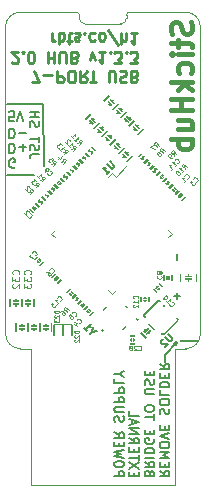
<source format=gbr>
G04 #@! TF.GenerationSoftware,KiCad,Pcbnew,(5.99.0-6415-g7c9acc605d)*
G04 #@! TF.CreationDate,2020-10-20T19:02:53+03:00*
G04 #@! TF.ProjectId,StickHub,53746963-6b48-4756-922e-6b696361645f,rev?*
G04 #@! TF.SameCoordinates,Original*
G04 #@! TF.FileFunction,Legend,Bot*
G04 #@! TF.FilePolarity,Positive*
%FSLAX46Y46*%
G04 Gerber Fmt 4.6, Leading zero omitted, Abs format (unit mm)*
G04 Created by KiCad (PCBNEW (5.99.0-6415-g7c9acc605d)) date 2020-10-20 19:02:53*
%MOMM*%
%LPD*%
G01*
G04 APERTURE LIST*
%ADD10C,0.150000*%
G04 #@! TA.AperFunction,Profile*
%ADD11C,0.100000*%
G04 #@! TD*
%ADD12C,0.437500*%
%ADD13C,0.237500*%
%ADD14C,0.100000*%
%ADD15C,0.125000*%
%ADD16C,0.120000*%
G04 APERTURE END LIST*
D10*
X144950000Y-87750000D02*
X145000000Y-93000000D01*
X141875000Y-87750000D02*
X144950000Y-87750000D01*
X156250000Y-103750000D02*
X156250000Y-104250000D01*
X156250000Y-107900000D02*
X156000000Y-108000000D01*
X144150000Y-93750000D02*
X141875000Y-93750000D01*
X156250000Y-107900000D02*
X156200000Y-108150000D01*
X155250000Y-109600000D02*
X155250000Y-109000000D01*
X155250000Y-109000000D02*
X156250000Y-107900000D01*
X156250000Y-101000000D02*
X156250000Y-100500000D01*
X156500000Y-104000000D02*
X156000000Y-104000000D01*
D11*
X152250000Y-80000000D02*
X157000000Y-80000000D01*
X148500000Y-81000000D02*
X151500000Y-81000000D01*
X157000000Y-108500000D02*
X156100000Y-108500000D01*
X141750000Y-107250000D02*
X141750000Y-81250000D01*
X156100000Y-120000000D02*
X156100000Y-108500000D01*
X148000000Y-80250000D02*
X148000000Y-80500000D01*
X152000000Y-80250000D02*
G75*
G02*
X152250000Y-80000000I250000J0D01*
G01*
X143900000Y-120000000D02*
X143900000Y-108500000D01*
X141750000Y-81250000D02*
G75*
G02*
X143000000Y-80000000I1250000J0D01*
G01*
X147750000Y-80000000D02*
G75*
G02*
X148000000Y-80250000I0J-250000D01*
G01*
X143000000Y-108500000D02*
G75*
G02*
X141750000Y-107250000I0J1250000D01*
G01*
X143900000Y-120000000D02*
X156100000Y-120000000D01*
X158250000Y-81250000D02*
X158250000Y-107250000D01*
X143000000Y-80000000D02*
X147750000Y-80000000D01*
X158250000Y-107250000D02*
G75*
G02*
X157000000Y-108500000I-1250000J0D01*
G01*
X157000000Y-80000000D02*
G75*
G02*
X158250000Y-81250000I0J-1250000D01*
G01*
X148500000Y-81000000D02*
G75*
G02*
X148000000Y-80500000I0J500000D01*
G01*
X143900000Y-108500000D02*
X143000000Y-108500000D01*
X152000000Y-80500000D02*
G75*
G02*
X151500000Y-81000000I-500000J0D01*
G01*
X152000000Y-80500000D02*
X152000000Y-80250000D01*
D10*
X142507023Y-93150000D02*
X142430833Y-93188095D01*
X142316547Y-93188095D01*
X142202261Y-93150000D01*
X142126071Y-93073809D01*
X142087976Y-92997619D01*
X142049880Y-92845238D01*
X142049880Y-92730952D01*
X142087976Y-92578571D01*
X142126071Y-92502380D01*
X142202261Y-92426190D01*
X142316547Y-92388095D01*
X142392738Y-92388095D01*
X142507023Y-92426190D01*
X142545119Y-92464285D01*
X142545119Y-92730952D01*
X142392738Y-92730952D01*
X142087976Y-89888095D02*
X142087976Y-90688095D01*
X142278452Y-90688095D01*
X142392738Y-90650000D01*
X142468928Y-90573809D01*
X142507023Y-90497619D01*
X142545119Y-90345238D01*
X142545119Y-90230952D01*
X142507023Y-90078571D01*
X142468928Y-90002380D01*
X142392738Y-89926190D01*
X142278452Y-89888095D01*
X142087976Y-89888095D01*
X142887976Y-90192857D02*
X143497500Y-90192857D01*
X144588095Y-92018928D02*
X144016666Y-92018928D01*
X143902380Y-92057023D01*
X143826190Y-92133214D01*
X143788095Y-92247500D01*
X143788095Y-92323690D01*
X143826190Y-91676071D02*
X143788095Y-91561785D01*
X143788095Y-91371309D01*
X143826190Y-91295119D01*
X143864285Y-91257023D01*
X143940476Y-91218928D01*
X144016666Y-91218928D01*
X144092857Y-91257023D01*
X144130952Y-91295119D01*
X144169047Y-91371309D01*
X144207142Y-91523690D01*
X144245238Y-91599880D01*
X144283333Y-91637976D01*
X144359523Y-91676071D01*
X144435714Y-91676071D01*
X144511904Y-91637976D01*
X144550000Y-91599880D01*
X144588095Y-91523690D01*
X144588095Y-91333214D01*
X144550000Y-91218928D01*
X144588095Y-90990357D02*
X144588095Y-90533214D01*
X143788095Y-90761785D02*
X144588095Y-90761785D01*
X143826190Y-89695119D02*
X143788095Y-89580833D01*
X143788095Y-89390357D01*
X143826190Y-89314166D01*
X143864285Y-89276071D01*
X143940476Y-89237976D01*
X144016666Y-89237976D01*
X144092857Y-89276071D01*
X144130952Y-89314166D01*
X144169047Y-89390357D01*
X144207142Y-89542738D01*
X144245238Y-89618928D01*
X144283333Y-89657023D01*
X144359523Y-89695119D01*
X144435714Y-89695119D01*
X144511904Y-89657023D01*
X144550000Y-89618928D01*
X144588095Y-89542738D01*
X144588095Y-89352261D01*
X144550000Y-89237976D01*
X143788095Y-88895119D02*
X144588095Y-88895119D01*
X144207142Y-88895119D02*
X144207142Y-88437976D01*
X143788095Y-88437976D02*
X144588095Y-88437976D01*
D12*
X157478571Y-80825000D02*
X157564285Y-81075000D01*
X157564285Y-81491666D01*
X157478571Y-81658333D01*
X157392857Y-81741666D01*
X157221428Y-81825000D01*
X157050000Y-81825000D01*
X156878571Y-81741666D01*
X156792857Y-81658333D01*
X156707142Y-81491666D01*
X156621428Y-81158333D01*
X156535714Y-80991666D01*
X156450000Y-80908333D01*
X156278571Y-80825000D01*
X156107142Y-80825000D01*
X155935714Y-80908333D01*
X155850000Y-80991666D01*
X155764285Y-81158333D01*
X155764285Y-81575000D01*
X155850000Y-81825000D01*
X156364285Y-82325000D02*
X156364285Y-82991666D01*
X155764285Y-82575000D02*
X157307142Y-82575000D01*
X157478571Y-82658333D01*
X157564285Y-82825000D01*
X157564285Y-82991666D01*
X157564285Y-83575000D02*
X156364285Y-83575000D01*
X155764285Y-83575000D02*
X155850000Y-83491666D01*
X155935714Y-83575000D01*
X155850000Y-83658333D01*
X155764285Y-83575000D01*
X155935714Y-83575000D01*
X157478571Y-85158333D02*
X157564285Y-84991666D01*
X157564285Y-84658333D01*
X157478571Y-84491666D01*
X157392857Y-84408333D01*
X157221428Y-84325000D01*
X156707142Y-84325000D01*
X156535714Y-84408333D01*
X156450000Y-84491666D01*
X156364285Y-84658333D01*
X156364285Y-84991666D01*
X156450000Y-85158333D01*
X157564285Y-85908333D02*
X155764285Y-85908333D01*
X156878571Y-86075000D02*
X157564285Y-86575000D01*
X156364285Y-86575000D02*
X157050000Y-85908333D01*
X157564285Y-87325000D02*
X155764285Y-87325000D01*
X156621428Y-87325000D02*
X156621428Y-88325000D01*
X157564285Y-88325000D02*
X155764285Y-88325000D01*
X156364285Y-89908333D02*
X157564285Y-89908333D01*
X156364285Y-89158333D02*
X157307142Y-89158333D01*
X157478571Y-89241666D01*
X157564285Y-89408333D01*
X157564285Y-89658333D01*
X157478571Y-89825000D01*
X157392857Y-89908333D01*
X157564285Y-90741666D02*
X155764285Y-90741666D01*
X156450000Y-90741666D02*
X156364285Y-90908333D01*
X156364285Y-91241666D01*
X156450000Y-91408333D01*
X156535714Y-91491666D01*
X156707142Y-91575000D01*
X157221428Y-91575000D01*
X157392857Y-91491666D01*
X157478571Y-91408333D01*
X157564285Y-91241666D01*
X157564285Y-90908333D01*
X157478571Y-90741666D01*
D10*
X142087976Y-91138095D02*
X142087976Y-91938095D01*
X142278452Y-91938095D01*
X142392738Y-91900000D01*
X142468928Y-91823809D01*
X142507023Y-91747619D01*
X142545119Y-91595238D01*
X142545119Y-91480952D01*
X142507023Y-91328571D01*
X142468928Y-91252380D01*
X142392738Y-91176190D01*
X142278452Y-91138095D01*
X142087976Y-91138095D01*
X142887976Y-91442857D02*
X143497500Y-91442857D01*
X143192738Y-91138095D02*
X143192738Y-91747619D01*
X142468928Y-89188095D02*
X142087976Y-89188095D01*
X142049880Y-88807142D01*
X142087976Y-88845238D01*
X142164166Y-88883333D01*
X142354642Y-88883333D01*
X142430833Y-88845238D01*
X142468928Y-88807142D01*
X142507023Y-88730952D01*
X142507023Y-88540476D01*
X142468928Y-88464285D01*
X142430833Y-88426190D01*
X142354642Y-88388095D01*
X142164166Y-88388095D01*
X142087976Y-88426190D01*
X142049880Y-88464285D01*
X142735595Y-89188095D02*
X143002261Y-88388095D01*
X143268928Y-89188095D01*
X154820095Y-118854880D02*
X155201047Y-119121547D01*
X154820095Y-119312023D02*
X155620095Y-119312023D01*
X155620095Y-119007261D01*
X155582000Y-118931071D01*
X155543904Y-118892976D01*
X155467714Y-118854880D01*
X155353428Y-118854880D01*
X155277238Y-118892976D01*
X155239142Y-118931071D01*
X155201047Y-119007261D01*
X155201047Y-119312023D01*
X155239142Y-118512023D02*
X155239142Y-118245357D01*
X154820095Y-118131071D02*
X154820095Y-118512023D01*
X155620095Y-118512023D01*
X155620095Y-118131071D01*
X154820095Y-117788214D02*
X155620095Y-117788214D01*
X155048666Y-117521547D01*
X155620095Y-117254880D01*
X154820095Y-117254880D01*
X155620095Y-116721547D02*
X155620095Y-116569166D01*
X155582000Y-116492976D01*
X155505809Y-116416785D01*
X155353428Y-116378690D01*
X155086761Y-116378690D01*
X154934380Y-116416785D01*
X154858190Y-116492976D01*
X154820095Y-116569166D01*
X154820095Y-116721547D01*
X154858190Y-116797738D01*
X154934380Y-116873928D01*
X155086761Y-116912023D01*
X155353428Y-116912023D01*
X155505809Y-116873928D01*
X155582000Y-116797738D01*
X155620095Y-116721547D01*
X155620095Y-116150119D02*
X154820095Y-115883452D01*
X155620095Y-115616785D01*
X155239142Y-115350119D02*
X155239142Y-115083452D01*
X154820095Y-114969166D02*
X154820095Y-115350119D01*
X155620095Y-115350119D01*
X155620095Y-114969166D01*
X154858190Y-114054880D02*
X154820095Y-113940595D01*
X154820095Y-113750119D01*
X154858190Y-113673928D01*
X154896285Y-113635833D01*
X154972476Y-113597738D01*
X155048666Y-113597738D01*
X155124857Y-113635833D01*
X155162952Y-113673928D01*
X155201047Y-113750119D01*
X155239142Y-113902500D01*
X155277238Y-113978690D01*
X155315333Y-114016785D01*
X155391523Y-114054880D01*
X155467714Y-114054880D01*
X155543904Y-114016785D01*
X155582000Y-113978690D01*
X155620095Y-113902500D01*
X155620095Y-113712023D01*
X155582000Y-113597738D01*
X155620095Y-113102500D02*
X155620095Y-112950119D01*
X155582000Y-112873928D01*
X155505809Y-112797738D01*
X155353428Y-112759642D01*
X155086761Y-112759642D01*
X154934380Y-112797738D01*
X154858190Y-112873928D01*
X154820095Y-112950119D01*
X154820095Y-113102500D01*
X154858190Y-113178690D01*
X154934380Y-113254880D01*
X155086761Y-113292976D01*
X155353428Y-113292976D01*
X155505809Y-113254880D01*
X155582000Y-113178690D01*
X155620095Y-113102500D01*
X154820095Y-112035833D02*
X154820095Y-112416785D01*
X155620095Y-112416785D01*
X154820095Y-111769166D02*
X155620095Y-111769166D01*
X155620095Y-111578690D01*
X155582000Y-111464404D01*
X155505809Y-111388214D01*
X155429619Y-111350119D01*
X155277238Y-111312023D01*
X155162952Y-111312023D01*
X155010571Y-111350119D01*
X154934380Y-111388214D01*
X154858190Y-111464404D01*
X154820095Y-111578690D01*
X154820095Y-111769166D01*
X155239142Y-110969166D02*
X155239142Y-110702500D01*
X154820095Y-110588214D02*
X154820095Y-110969166D01*
X155620095Y-110969166D01*
X155620095Y-110588214D01*
X154820095Y-109788214D02*
X155201047Y-110054880D01*
X154820095Y-110245357D02*
X155620095Y-110245357D01*
X155620095Y-109940595D01*
X155582000Y-109864404D01*
X155543904Y-109826309D01*
X155467714Y-109788214D01*
X155353428Y-109788214D01*
X155277238Y-109826309D01*
X155239142Y-109864404D01*
X155201047Y-109940595D01*
X155201047Y-110245357D01*
X153951142Y-119045357D02*
X153913047Y-118931071D01*
X153874952Y-118892976D01*
X153798761Y-118854880D01*
X153684476Y-118854880D01*
X153608285Y-118892976D01*
X153570190Y-118931071D01*
X153532095Y-119007261D01*
X153532095Y-119312023D01*
X154332095Y-119312023D01*
X154332095Y-119045357D01*
X154294000Y-118969166D01*
X154255904Y-118931071D01*
X154179714Y-118892976D01*
X154103523Y-118892976D01*
X154027333Y-118931071D01*
X153989238Y-118969166D01*
X153951142Y-119045357D01*
X153951142Y-119312023D01*
X153532095Y-118054880D02*
X153913047Y-118321547D01*
X153532095Y-118512023D02*
X154332095Y-118512023D01*
X154332095Y-118207261D01*
X154294000Y-118131071D01*
X154255904Y-118092976D01*
X154179714Y-118054880D01*
X154065428Y-118054880D01*
X153989238Y-118092976D01*
X153951142Y-118131071D01*
X153913047Y-118207261D01*
X153913047Y-118512023D01*
X153532095Y-117712023D02*
X154332095Y-117712023D01*
X153532095Y-117331071D02*
X154332095Y-117331071D01*
X154332095Y-117140595D01*
X154294000Y-117026309D01*
X154217809Y-116950119D01*
X154141619Y-116912023D01*
X153989238Y-116873928D01*
X153874952Y-116873928D01*
X153722571Y-116912023D01*
X153646380Y-116950119D01*
X153570190Y-117026309D01*
X153532095Y-117140595D01*
X153532095Y-117331071D01*
X154294000Y-116112023D02*
X154332095Y-116188214D01*
X154332095Y-116302500D01*
X154294000Y-116416785D01*
X154217809Y-116492976D01*
X154141619Y-116531071D01*
X153989238Y-116569166D01*
X153874952Y-116569166D01*
X153722571Y-116531071D01*
X153646380Y-116492976D01*
X153570190Y-116416785D01*
X153532095Y-116302500D01*
X153532095Y-116226309D01*
X153570190Y-116112023D01*
X153608285Y-116073928D01*
X153874952Y-116073928D01*
X153874952Y-116226309D01*
X153951142Y-115731071D02*
X153951142Y-115464404D01*
X153532095Y-115350119D02*
X153532095Y-115731071D01*
X154332095Y-115731071D01*
X154332095Y-115350119D01*
X154332095Y-114512023D02*
X154332095Y-114054880D01*
X153532095Y-114283452D02*
X154332095Y-114283452D01*
X154332095Y-113635833D02*
X154332095Y-113483452D01*
X154294000Y-113407261D01*
X154217809Y-113331071D01*
X154065428Y-113292976D01*
X153798761Y-113292976D01*
X153646380Y-113331071D01*
X153570190Y-113407261D01*
X153532095Y-113483452D01*
X153532095Y-113635833D01*
X153570190Y-113712023D01*
X153646380Y-113788214D01*
X153798761Y-113826309D01*
X154065428Y-113826309D01*
X154217809Y-113788214D01*
X154294000Y-113712023D01*
X154332095Y-113635833D01*
X154332095Y-112340595D02*
X153684476Y-112340595D01*
X153608285Y-112302500D01*
X153570190Y-112264404D01*
X153532095Y-112188214D01*
X153532095Y-112035833D01*
X153570190Y-111959642D01*
X153608285Y-111921547D01*
X153684476Y-111883452D01*
X154332095Y-111883452D01*
X153570190Y-111540595D02*
X153532095Y-111426309D01*
X153532095Y-111235833D01*
X153570190Y-111159642D01*
X153608285Y-111121547D01*
X153684476Y-111083452D01*
X153760666Y-111083452D01*
X153836857Y-111121547D01*
X153874952Y-111159642D01*
X153913047Y-111235833D01*
X153951142Y-111388214D01*
X153989238Y-111464404D01*
X154027333Y-111502500D01*
X154103523Y-111540595D01*
X154179714Y-111540595D01*
X154255904Y-111502500D01*
X154294000Y-111464404D01*
X154332095Y-111388214D01*
X154332095Y-111197738D01*
X154294000Y-111083452D01*
X153951142Y-110740595D02*
X153951142Y-110473928D01*
X153532095Y-110359642D02*
X153532095Y-110740595D01*
X154332095Y-110740595D01*
X154332095Y-110359642D01*
X152663142Y-119312023D02*
X152663142Y-119045357D01*
X152244095Y-118931071D02*
X152244095Y-119312023D01*
X153044095Y-119312023D01*
X153044095Y-118931071D01*
X153044095Y-118664404D02*
X152244095Y-118131071D01*
X153044095Y-118131071D02*
X152244095Y-118664404D01*
X153044095Y-117940595D02*
X153044095Y-117483452D01*
X152244095Y-117712023D02*
X153044095Y-117712023D01*
X152663142Y-117216785D02*
X152663142Y-116950119D01*
X152244095Y-116835833D02*
X152244095Y-117216785D01*
X153044095Y-117216785D01*
X153044095Y-116835833D01*
X152244095Y-116035833D02*
X152625047Y-116302500D01*
X152244095Y-116492976D02*
X153044095Y-116492976D01*
X153044095Y-116188214D01*
X153006000Y-116112023D01*
X152967904Y-116073928D01*
X152891714Y-116035833D01*
X152777428Y-116035833D01*
X152701238Y-116073928D01*
X152663142Y-116112023D01*
X152625047Y-116188214D01*
X152625047Y-116492976D01*
X152244095Y-115692976D02*
X153044095Y-115692976D01*
X152244095Y-115235833D01*
X153044095Y-115235833D01*
X152472666Y-114892976D02*
X152472666Y-114512023D01*
X152244095Y-114969166D02*
X153044095Y-114702500D01*
X152244095Y-114435833D01*
X152244095Y-113788214D02*
X152244095Y-114169166D01*
X153044095Y-114169166D01*
X150956095Y-119312023D02*
X151756095Y-119312023D01*
X151756095Y-119007261D01*
X151718000Y-118931071D01*
X151679904Y-118892976D01*
X151603714Y-118854880D01*
X151489428Y-118854880D01*
X151413238Y-118892976D01*
X151375142Y-118931071D01*
X151337047Y-119007261D01*
X151337047Y-119312023D01*
X151756095Y-118359642D02*
X151756095Y-118207261D01*
X151718000Y-118131071D01*
X151641809Y-118054880D01*
X151489428Y-118016785D01*
X151222761Y-118016785D01*
X151070380Y-118054880D01*
X150994190Y-118131071D01*
X150956095Y-118207261D01*
X150956095Y-118359642D01*
X150994190Y-118435833D01*
X151070380Y-118512023D01*
X151222761Y-118550119D01*
X151489428Y-118550119D01*
X151641809Y-118512023D01*
X151718000Y-118435833D01*
X151756095Y-118359642D01*
X151756095Y-117750119D02*
X150956095Y-117559642D01*
X151527523Y-117407261D01*
X150956095Y-117254880D01*
X151756095Y-117064404D01*
X151375142Y-116759642D02*
X151375142Y-116492976D01*
X150956095Y-116378690D02*
X150956095Y-116759642D01*
X151756095Y-116759642D01*
X151756095Y-116378690D01*
X150956095Y-115578690D02*
X151337047Y-115845357D01*
X150956095Y-116035833D02*
X151756095Y-116035833D01*
X151756095Y-115731071D01*
X151718000Y-115654880D01*
X151679904Y-115616785D01*
X151603714Y-115578690D01*
X151489428Y-115578690D01*
X151413238Y-115616785D01*
X151375142Y-115654880D01*
X151337047Y-115731071D01*
X151337047Y-116035833D01*
X150994190Y-114664404D02*
X150956095Y-114550119D01*
X150956095Y-114359642D01*
X150994190Y-114283452D01*
X151032285Y-114245357D01*
X151108476Y-114207261D01*
X151184666Y-114207261D01*
X151260857Y-114245357D01*
X151298952Y-114283452D01*
X151337047Y-114359642D01*
X151375142Y-114512023D01*
X151413238Y-114588214D01*
X151451333Y-114626309D01*
X151527523Y-114664404D01*
X151603714Y-114664404D01*
X151679904Y-114626309D01*
X151718000Y-114588214D01*
X151756095Y-114512023D01*
X151756095Y-114321547D01*
X151718000Y-114207261D01*
X151756095Y-113864404D02*
X151108476Y-113864404D01*
X151032285Y-113826309D01*
X150994190Y-113788214D01*
X150956095Y-113712023D01*
X150956095Y-113559642D01*
X150994190Y-113483452D01*
X151032285Y-113445357D01*
X151108476Y-113407261D01*
X151756095Y-113407261D01*
X150956095Y-113026309D02*
X151756095Y-113026309D01*
X151756095Y-112721547D01*
X151718000Y-112645357D01*
X151679904Y-112607261D01*
X151603714Y-112569166D01*
X151489428Y-112569166D01*
X151413238Y-112607261D01*
X151375142Y-112645357D01*
X151337047Y-112721547D01*
X151337047Y-113026309D01*
X150956095Y-112226309D02*
X151756095Y-112226309D01*
X151756095Y-111921547D01*
X151718000Y-111845357D01*
X151679904Y-111807261D01*
X151603714Y-111769166D01*
X151489428Y-111769166D01*
X151413238Y-111807261D01*
X151375142Y-111845357D01*
X151337047Y-111921547D01*
X151337047Y-112226309D01*
X150956095Y-111045357D02*
X150956095Y-111426309D01*
X151756095Y-111426309D01*
X151337047Y-110626309D02*
X150956095Y-110626309D01*
X151756095Y-110892976D02*
X151337047Y-110626309D01*
X151756095Y-110359642D01*
D13*
X143957529Y-85957619D02*
X144590863Y-85957619D01*
X144183720Y-84957619D01*
X144952767Y-85338571D02*
X145676577Y-85338571D01*
X146128958Y-84957619D02*
X146128958Y-85957619D01*
X146490863Y-85957619D01*
X146581339Y-85910000D01*
X146626577Y-85862380D01*
X146671815Y-85767142D01*
X146671815Y-85624285D01*
X146626577Y-85529047D01*
X146581339Y-85481428D01*
X146490863Y-85433809D01*
X146128958Y-85433809D01*
X147259910Y-85957619D02*
X147440863Y-85957619D01*
X147531339Y-85910000D01*
X147621815Y-85814761D01*
X147667053Y-85624285D01*
X147667053Y-85290952D01*
X147621815Y-85100476D01*
X147531339Y-85005238D01*
X147440863Y-84957619D01*
X147259910Y-84957619D01*
X147169434Y-85005238D01*
X147078958Y-85100476D01*
X147033720Y-85290952D01*
X147033720Y-85624285D01*
X147078958Y-85814761D01*
X147169434Y-85910000D01*
X147259910Y-85957619D01*
X148617053Y-84957619D02*
X148300386Y-85433809D01*
X148074196Y-84957619D02*
X148074196Y-85957619D01*
X148436101Y-85957619D01*
X148526577Y-85910000D01*
X148571815Y-85862380D01*
X148617053Y-85767142D01*
X148617053Y-85624285D01*
X148571815Y-85529047D01*
X148526577Y-85481428D01*
X148436101Y-85433809D01*
X148074196Y-85433809D01*
X148888482Y-85957619D02*
X149431339Y-85957619D01*
X149159910Y-84957619D02*
X149159910Y-85957619D01*
X150471815Y-85957619D02*
X150471815Y-85148095D01*
X150517053Y-85052857D01*
X150562291Y-85005238D01*
X150652767Y-84957619D01*
X150833720Y-84957619D01*
X150924196Y-85005238D01*
X150969434Y-85052857D01*
X151014672Y-85148095D01*
X151014672Y-85957619D01*
X151421815Y-85005238D02*
X151557529Y-84957619D01*
X151783720Y-84957619D01*
X151874196Y-85005238D01*
X151919434Y-85052857D01*
X151964672Y-85148095D01*
X151964672Y-85243333D01*
X151919434Y-85338571D01*
X151874196Y-85386190D01*
X151783720Y-85433809D01*
X151602767Y-85481428D01*
X151512291Y-85529047D01*
X151467053Y-85576666D01*
X151421815Y-85671904D01*
X151421815Y-85767142D01*
X151467053Y-85862380D01*
X151512291Y-85910000D01*
X151602767Y-85957619D01*
X151828958Y-85957619D01*
X151964672Y-85910000D01*
X152688482Y-85481428D02*
X152824196Y-85433809D01*
X152869434Y-85386190D01*
X152914672Y-85290952D01*
X152914672Y-85148095D01*
X152869434Y-85052857D01*
X152824196Y-85005238D01*
X152733720Y-84957619D01*
X152371815Y-84957619D01*
X152371815Y-85957619D01*
X152688482Y-85957619D01*
X152778958Y-85910000D01*
X152824196Y-85862380D01*
X152869434Y-85767142D01*
X152869434Y-85671904D01*
X152824196Y-85576666D01*
X152778958Y-85529047D01*
X152688482Y-85481428D01*
X152371815Y-85481428D01*
X142283720Y-84252380D02*
X142328958Y-84300000D01*
X142419434Y-84347619D01*
X142645625Y-84347619D01*
X142736101Y-84300000D01*
X142781339Y-84252380D01*
X142826577Y-84157142D01*
X142826577Y-84061904D01*
X142781339Y-83919047D01*
X142238482Y-83347619D01*
X142826577Y-83347619D01*
X143233720Y-83442857D02*
X143278958Y-83395238D01*
X143233720Y-83347619D01*
X143188482Y-83395238D01*
X143233720Y-83442857D01*
X143233720Y-83347619D01*
X143867053Y-84347619D02*
X143957529Y-84347619D01*
X144048005Y-84300000D01*
X144093244Y-84252380D01*
X144138482Y-84157142D01*
X144183720Y-83966666D01*
X144183720Y-83728571D01*
X144138482Y-83538095D01*
X144093244Y-83442857D01*
X144048005Y-83395238D01*
X143957529Y-83347619D01*
X143867053Y-83347619D01*
X143776577Y-83395238D01*
X143731339Y-83442857D01*
X143686101Y-83538095D01*
X143640863Y-83728571D01*
X143640863Y-83966666D01*
X143686101Y-84157142D01*
X143731339Y-84252380D01*
X143776577Y-84300000D01*
X143867053Y-84347619D01*
X145314672Y-83347619D02*
X145314672Y-84347619D01*
X145314672Y-83871428D02*
X145857529Y-83871428D01*
X145857529Y-83347619D02*
X145857529Y-84347619D01*
X146309910Y-84347619D02*
X146309910Y-83538095D01*
X146355148Y-83442857D01*
X146400386Y-83395238D01*
X146490863Y-83347619D01*
X146671815Y-83347619D01*
X146762291Y-83395238D01*
X146807529Y-83442857D01*
X146852767Y-83538095D01*
X146852767Y-84347619D01*
X147621815Y-83871428D02*
X147757529Y-83823809D01*
X147802767Y-83776190D01*
X147848005Y-83680952D01*
X147848005Y-83538095D01*
X147802767Y-83442857D01*
X147757529Y-83395238D01*
X147667053Y-83347619D01*
X147305148Y-83347619D01*
X147305148Y-84347619D01*
X147621815Y-84347619D01*
X147712291Y-84300000D01*
X147757529Y-84252380D01*
X147802767Y-84157142D01*
X147802767Y-84061904D01*
X147757529Y-83966666D01*
X147712291Y-83919047D01*
X147621815Y-83871428D01*
X147305148Y-83871428D01*
X148888482Y-84014285D02*
X149114672Y-83347619D01*
X149340863Y-84014285D01*
X150200386Y-83347619D02*
X149657529Y-83347619D01*
X149928958Y-83347619D02*
X149928958Y-84347619D01*
X149838482Y-84204761D01*
X149748005Y-84109523D01*
X149657529Y-84061904D01*
X150607529Y-83442857D02*
X150652767Y-83395238D01*
X150607529Y-83347619D01*
X150562291Y-83395238D01*
X150607529Y-83442857D01*
X150607529Y-83347619D01*
X150969434Y-84347619D02*
X151557529Y-84347619D01*
X151240863Y-83966666D01*
X151376577Y-83966666D01*
X151467053Y-83919047D01*
X151512291Y-83871428D01*
X151557529Y-83776190D01*
X151557529Y-83538095D01*
X151512291Y-83442857D01*
X151467053Y-83395238D01*
X151376577Y-83347619D01*
X151105148Y-83347619D01*
X151014672Y-83395238D01*
X150969434Y-83442857D01*
X151964672Y-83442857D02*
X152009910Y-83395238D01*
X151964672Y-83347619D01*
X151919434Y-83395238D01*
X151964672Y-83442857D01*
X151964672Y-83347619D01*
X152326577Y-84347619D02*
X152914672Y-84347619D01*
X152598005Y-83966666D01*
X152733720Y-83966666D01*
X152824196Y-83919047D01*
X152869434Y-83871428D01*
X152914672Y-83776190D01*
X152914672Y-83538095D01*
X152869434Y-83442857D01*
X152824196Y-83395238D01*
X152733720Y-83347619D01*
X152462291Y-83347619D01*
X152371815Y-83395238D01*
X152326577Y-83442857D01*
X145676577Y-81737619D02*
X145676577Y-82404285D01*
X145676577Y-82213809D02*
X145721815Y-82309047D01*
X145767053Y-82356666D01*
X145857529Y-82404285D01*
X145948005Y-82404285D01*
X146264672Y-81737619D02*
X146264672Y-82737619D01*
X146264672Y-82356666D02*
X146355148Y-82404285D01*
X146536101Y-82404285D01*
X146626577Y-82356666D01*
X146671815Y-82309047D01*
X146717053Y-82213809D01*
X146717053Y-81928095D01*
X146671815Y-81832857D01*
X146626577Y-81785238D01*
X146536101Y-81737619D01*
X146355148Y-81737619D01*
X146264672Y-81785238D01*
X146988482Y-82404285D02*
X147350386Y-82404285D01*
X147124196Y-82737619D02*
X147124196Y-81880476D01*
X147169434Y-81785238D01*
X147259910Y-81737619D01*
X147350386Y-81737619D01*
X147621815Y-81785238D02*
X147712291Y-81737619D01*
X147893244Y-81737619D01*
X147983720Y-81785238D01*
X148028958Y-81880476D01*
X148028958Y-81928095D01*
X147983720Y-82023333D01*
X147893244Y-82070952D01*
X147757529Y-82070952D01*
X147667053Y-82118571D01*
X147621815Y-82213809D01*
X147621815Y-82261428D01*
X147667053Y-82356666D01*
X147757529Y-82404285D01*
X147893244Y-82404285D01*
X147983720Y-82356666D01*
X148436101Y-81832857D02*
X148481339Y-81785238D01*
X148436101Y-81737619D01*
X148390863Y-81785238D01*
X148436101Y-81832857D01*
X148436101Y-81737619D01*
X149295625Y-81785238D02*
X149205148Y-81737619D01*
X149024196Y-81737619D01*
X148933720Y-81785238D01*
X148888482Y-81832857D01*
X148843244Y-81928095D01*
X148843244Y-82213809D01*
X148888482Y-82309047D01*
X148933720Y-82356666D01*
X149024196Y-82404285D01*
X149205148Y-82404285D01*
X149295625Y-82356666D01*
X149838482Y-81737619D02*
X149748005Y-81785238D01*
X149702767Y-81832857D01*
X149657529Y-81928095D01*
X149657529Y-82213809D01*
X149702767Y-82309047D01*
X149748005Y-82356666D01*
X149838482Y-82404285D01*
X149974196Y-82404285D01*
X150064672Y-82356666D01*
X150109910Y-82309047D01*
X150155148Y-82213809D01*
X150155148Y-81928095D01*
X150109910Y-81832857D01*
X150064672Y-81785238D01*
X149974196Y-81737619D01*
X149838482Y-81737619D01*
X151240863Y-82785238D02*
X150426577Y-81499523D01*
X151557529Y-81737619D02*
X151557529Y-82737619D01*
X151964672Y-81737619D02*
X151964672Y-82261428D01*
X151919434Y-82356666D01*
X151828958Y-82404285D01*
X151693244Y-82404285D01*
X151602767Y-82356666D01*
X151557529Y-82309047D01*
X152914672Y-81737619D02*
X152371815Y-81737619D01*
X152643244Y-81737619D02*
X152643244Y-82737619D01*
X152552767Y-82594761D01*
X152462291Y-82499523D01*
X152371815Y-82451904D01*
D14*
G04 #@! TO.C,R7*
X154575093Y-91455812D02*
X154534687Y-91226844D01*
X154736717Y-91294187D02*
X154453874Y-91011345D01*
X154346125Y-91119094D01*
X154332656Y-91159500D01*
X154332656Y-91186438D01*
X154346125Y-91226844D01*
X154386531Y-91267250D01*
X154426937Y-91280719D01*
X154453874Y-91280719D01*
X154494280Y-91267250D01*
X154602030Y-91159500D01*
X154197969Y-91267250D02*
X154009407Y-91455812D01*
X154413468Y-91617436D01*
D15*
G04 #@! TO.C,C32*
X142864285Y-102214284D02*
X142892857Y-102185713D01*
X142921428Y-102099999D01*
X142921428Y-102042856D01*
X142892857Y-101957141D01*
X142835714Y-101899999D01*
X142778571Y-101871427D01*
X142664285Y-101842856D01*
X142578571Y-101842856D01*
X142464285Y-101871427D01*
X142407142Y-101899999D01*
X142350000Y-101957141D01*
X142321428Y-102042856D01*
X142321428Y-102099999D01*
X142350000Y-102185713D01*
X142378571Y-102214284D01*
X142321428Y-102414284D02*
X142321428Y-102785713D01*
X142550000Y-102585713D01*
X142550000Y-102671427D01*
X142578571Y-102728570D01*
X142607142Y-102757141D01*
X142664285Y-102785713D01*
X142807142Y-102785713D01*
X142864285Y-102757141D01*
X142892857Y-102728570D01*
X142921428Y-102671427D01*
X142921428Y-102499999D01*
X142892857Y-102442856D01*
X142864285Y-102414284D01*
X142378571Y-103014284D02*
X142350000Y-103042856D01*
X142321428Y-103099999D01*
X142321428Y-103242856D01*
X142350000Y-103299999D01*
X142378571Y-103328570D01*
X142435714Y-103357141D01*
X142492857Y-103357141D01*
X142578571Y-103328570D01*
X142921428Y-102985713D01*
X142921428Y-103357141D01*
D14*
G04 #@! TO.C,D23*
X146280952Y-105264285D02*
X145880952Y-105264285D01*
X145880952Y-105359523D01*
X145900000Y-105416666D01*
X145938095Y-105454761D01*
X145976190Y-105473809D01*
X146052380Y-105492857D01*
X146109523Y-105492857D01*
X146185714Y-105473809D01*
X146223809Y-105454761D01*
X146261904Y-105416666D01*
X146280952Y-105359523D01*
X146280952Y-105264285D01*
X145919047Y-105645238D02*
X145900000Y-105664285D01*
X145880952Y-105702380D01*
X145880952Y-105797619D01*
X145900000Y-105835714D01*
X145919047Y-105854761D01*
X145957142Y-105873809D01*
X145995238Y-105873809D01*
X146052380Y-105854761D01*
X146280952Y-105626190D01*
X146280952Y-105873809D01*
X145880952Y-106007142D02*
X145880952Y-106254761D01*
X146033333Y-106121428D01*
X146033333Y-106178571D01*
X146052380Y-106216666D01*
X146071428Y-106235714D01*
X146109523Y-106254761D01*
X146204761Y-106254761D01*
X146242857Y-106235714D01*
X146261904Y-106216666D01*
X146280952Y-106178571D01*
X146280952Y-106064285D01*
X146261904Y-106026190D01*
X146242857Y-106007142D01*
G04 #@! TO.C,C11*
X156307842Y-92769187D02*
X156334780Y-92769187D01*
X156388654Y-92742250D01*
X156415592Y-92715312D01*
X156442529Y-92661438D01*
X156442529Y-92607563D01*
X156429061Y-92567157D01*
X156388654Y-92499813D01*
X156348248Y-92459407D01*
X156280905Y-92419001D01*
X156240499Y-92405532D01*
X156186624Y-92405532D01*
X156132749Y-92432470D01*
X156105812Y-92459407D01*
X156078874Y-92513282D01*
X156078874Y-92540219D01*
X156065406Y-93065499D02*
X156227030Y-92903874D01*
X156146218Y-92984687D02*
X155863375Y-92701844D01*
X155930719Y-92715312D01*
X155984593Y-92715312D01*
X156025000Y-92701844D01*
X155796032Y-93334873D02*
X155957656Y-93173248D01*
X155876844Y-93254061D02*
X155594001Y-92971218D01*
X155661345Y-92984687D01*
X155715219Y-92984687D01*
X155755625Y-92971218D01*
G04 #@! TO.C,R13*
X146578874Y-91884780D02*
X146807842Y-91844374D01*
X146740499Y-92046404D02*
X147023341Y-91763561D01*
X146915592Y-91655812D01*
X146875186Y-91642343D01*
X146848248Y-91642343D01*
X146807842Y-91655812D01*
X146767436Y-91696218D01*
X146753967Y-91736624D01*
X146753967Y-91763561D01*
X146767436Y-91803967D01*
X146875186Y-91911717D01*
X146309500Y-91615406D02*
X146471125Y-91777030D01*
X146390312Y-91696218D02*
X146673155Y-91413375D01*
X146659687Y-91480719D01*
X146659687Y-91534593D01*
X146673155Y-91575000D01*
X146498062Y-91238282D02*
X146322969Y-91063189D01*
X146309500Y-91265219D01*
X146269094Y-91224813D01*
X146228688Y-91211345D01*
X146201751Y-91211345D01*
X146161345Y-91224813D01*
X146094001Y-91292157D01*
X146080532Y-91332563D01*
X146080532Y-91359500D01*
X146094001Y-91399906D01*
X146174813Y-91480719D01*
X146215219Y-91494187D01*
X146242157Y-91494187D01*
D10*
G04 #@! TO.C,U2*
X155490913Y-107244416D02*
X155834365Y-107587867D01*
X155854568Y-107648477D01*
X155854568Y-107688883D01*
X155834365Y-107749492D01*
X155753553Y-107830304D01*
X155692944Y-107850507D01*
X155652538Y-107850507D01*
X155591928Y-107830304D01*
X155248477Y-107486852D01*
X155107055Y-107709086D02*
X155066649Y-107709086D01*
X155006040Y-107729289D01*
X154905025Y-107830304D01*
X154884822Y-107890913D01*
X154884822Y-107931319D01*
X154905025Y-107991928D01*
X154945431Y-108032335D01*
X155026243Y-108072741D01*
X155511116Y-108072741D01*
X155248477Y-108335380D01*
D14*
G04 #@! TO.C,R4*
X146419187Y-92675093D02*
X146648155Y-92634687D01*
X146580812Y-92836717D02*
X146863654Y-92553874D01*
X146755905Y-92446125D01*
X146715499Y-92432656D01*
X146688561Y-92432656D01*
X146648155Y-92446125D01*
X146607749Y-92486531D01*
X146594280Y-92526937D01*
X146594280Y-92553874D01*
X146607749Y-92594280D01*
X146715499Y-92702030D01*
X146365312Y-92244094D02*
X146176751Y-92432656D01*
X146540406Y-92203688D02*
X146405719Y-92473062D01*
X146230625Y-92297969D01*
G04 #@! TO.C,C8*
X154607142Y-102316666D02*
X154588095Y-102335714D01*
X154569047Y-102392857D01*
X154569047Y-102430952D01*
X154588095Y-102488095D01*
X154626190Y-102526190D01*
X154664285Y-102545238D01*
X154740476Y-102564285D01*
X154797619Y-102564285D01*
X154873809Y-102545238D01*
X154911904Y-102526190D01*
X154950000Y-102488095D01*
X154969047Y-102430952D01*
X154969047Y-102392857D01*
X154950000Y-102335714D01*
X154930952Y-102316666D01*
X154797619Y-102088095D02*
X154816666Y-102126190D01*
X154835714Y-102145238D01*
X154873809Y-102164285D01*
X154892857Y-102164285D01*
X154930952Y-102145238D01*
X154950000Y-102126190D01*
X154969047Y-102088095D01*
X154969047Y-102011904D01*
X154950000Y-101973809D01*
X154930952Y-101954761D01*
X154892857Y-101935714D01*
X154873809Y-101935714D01*
X154835714Y-101954761D01*
X154816666Y-101973809D01*
X154797619Y-102011904D01*
X154797619Y-102088095D01*
X154778571Y-102126190D01*
X154759523Y-102145238D01*
X154721428Y-102164285D01*
X154645238Y-102164285D01*
X154607142Y-102145238D01*
X154588095Y-102126190D01*
X154569047Y-102088095D01*
X154569047Y-102011904D01*
X154588095Y-101973809D01*
X154607142Y-101954761D01*
X154645238Y-101935714D01*
X154721428Y-101935714D01*
X154759523Y-101954761D01*
X154778571Y-101973809D01*
X154797619Y-102011904D01*
G04 #@! TO.C,R11*
X147803874Y-91059781D02*
X148032842Y-91019375D01*
X147965499Y-91221405D02*
X148248341Y-90938562D01*
X148140592Y-90830813D01*
X148100186Y-90817344D01*
X148073248Y-90817344D01*
X148032842Y-90830813D01*
X147992436Y-90871219D01*
X147978967Y-90911625D01*
X147978967Y-90938562D01*
X147992436Y-90978968D01*
X148100186Y-91086718D01*
X147534500Y-90790407D02*
X147696125Y-90952031D01*
X147615312Y-90871219D02*
X147898155Y-90588376D01*
X147884687Y-90655720D01*
X147884687Y-90709594D01*
X147898155Y-90750001D01*
X147265126Y-90521033D02*
X147426751Y-90682657D01*
X147345938Y-90601845D02*
X147628781Y-90319002D01*
X147615312Y-90386346D01*
X147615312Y-90440220D01*
X147628781Y-90480626D01*
G04 #@! TO.C,C6*
X145698155Y-102053874D02*
X145725093Y-102053874D01*
X145778967Y-102026937D01*
X145805905Y-102000000D01*
X145832842Y-101946125D01*
X145832842Y-101892250D01*
X145819374Y-101851844D01*
X145778967Y-101784500D01*
X145738561Y-101744094D01*
X145671218Y-101703688D01*
X145630812Y-101690219D01*
X145576937Y-101690219D01*
X145523062Y-101717157D01*
X145496125Y-101744094D01*
X145469187Y-101797969D01*
X145469187Y-101824906D01*
X145199813Y-102040406D02*
X145253688Y-101986531D01*
X145294094Y-101973062D01*
X145321032Y-101973062D01*
X145388375Y-101986531D01*
X145455719Y-102026937D01*
X145563468Y-102134687D01*
X145576937Y-102175093D01*
X145576937Y-102202030D01*
X145563468Y-102242436D01*
X145509593Y-102296311D01*
X145469187Y-102309780D01*
X145442250Y-102309780D01*
X145401844Y-102296311D01*
X145334500Y-102228967D01*
X145321032Y-102188561D01*
X145321032Y-102161624D01*
X145334500Y-102121218D01*
X145388375Y-102067343D01*
X145428781Y-102053874D01*
X145455719Y-102053874D01*
X145496125Y-102067343D01*
G04 #@! TO.C,C2*
X143596125Y-97273155D02*
X143596125Y-97300093D01*
X143623062Y-97353967D01*
X143650000Y-97380905D01*
X143703874Y-97407842D01*
X143757749Y-97407842D01*
X143798155Y-97394374D01*
X143865499Y-97353967D01*
X143905905Y-97313561D01*
X143946311Y-97246218D01*
X143959780Y-97205812D01*
X143959780Y-97151937D01*
X143932842Y-97098062D01*
X143905905Y-97071125D01*
X143852030Y-97044187D01*
X143825093Y-97044187D01*
X143717343Y-96936438D02*
X143717343Y-96909500D01*
X143703874Y-96869094D01*
X143636531Y-96801751D01*
X143596125Y-96788282D01*
X143569187Y-96788282D01*
X143528781Y-96801751D01*
X143501844Y-96828688D01*
X143474906Y-96882563D01*
X143474906Y-97205812D01*
X143299813Y-97030719D01*
G04 #@! TO.C,R6*
X146925093Y-105410812D02*
X146884687Y-105181844D01*
X147086717Y-105249187D02*
X146803874Y-104966345D01*
X146696125Y-105074094D01*
X146682656Y-105114500D01*
X146682656Y-105141438D01*
X146696125Y-105181844D01*
X146736531Y-105222250D01*
X146776937Y-105235719D01*
X146803874Y-105235719D01*
X146844280Y-105222250D01*
X146952030Y-105114500D01*
X146399813Y-105370406D02*
X146453688Y-105316531D01*
X146494094Y-105303062D01*
X146521032Y-105303062D01*
X146588375Y-105316531D01*
X146655719Y-105356937D01*
X146763468Y-105464687D01*
X146776937Y-105505093D01*
X146776937Y-105532030D01*
X146763468Y-105572436D01*
X146709593Y-105626311D01*
X146669187Y-105639780D01*
X146642250Y-105639780D01*
X146601844Y-105626311D01*
X146534500Y-105558967D01*
X146521032Y-105518561D01*
X146521032Y-105491624D01*
X146534500Y-105451218D01*
X146588375Y-105397343D01*
X146628781Y-105383874D01*
X146655719Y-105383874D01*
X146696125Y-105397343D01*
G04 #@! TO.C,C4*
X147993561Y-106308468D02*
X148020499Y-106308468D01*
X148074373Y-106281531D01*
X148101311Y-106254594D01*
X148128248Y-106200719D01*
X148128248Y-106146844D01*
X148114780Y-106106438D01*
X148074373Y-106039094D01*
X148033967Y-105998688D01*
X147966624Y-105958282D01*
X147926218Y-105944813D01*
X147872343Y-105944813D01*
X147818468Y-105971751D01*
X147791531Y-105998688D01*
X147764593Y-106052563D01*
X147764593Y-106079500D01*
X147589500Y-106389281D02*
X147778062Y-106577842D01*
X147549094Y-106214187D02*
X147818468Y-106348874D01*
X147643375Y-106523968D01*
G04 #@! TO.C,R10*
X156934780Y-93296125D02*
X156894374Y-93067157D01*
X157096404Y-93134500D02*
X156813561Y-92851658D01*
X156705812Y-92959407D01*
X156692343Y-92999813D01*
X156692343Y-93026751D01*
X156705812Y-93067157D01*
X156746218Y-93107563D01*
X156786624Y-93121032D01*
X156813561Y-93121032D01*
X156853967Y-93107563D01*
X156961717Y-92999813D01*
X156665406Y-93565499D02*
X156827030Y-93403874D01*
X156746218Y-93484687D02*
X156463375Y-93201844D01*
X156530719Y-93215312D01*
X156584593Y-93215312D01*
X156625000Y-93201844D01*
X156207470Y-93457749D02*
X156180532Y-93484687D01*
X156167064Y-93525093D01*
X156167064Y-93552030D01*
X156180532Y-93592436D01*
X156220938Y-93659780D01*
X156288282Y-93727123D01*
X156355625Y-93767529D01*
X156396032Y-93780998D01*
X156422969Y-93780998D01*
X156463375Y-93767529D01*
X156490312Y-93740592D01*
X156503781Y-93700186D01*
X156503781Y-93673248D01*
X156490312Y-93632842D01*
X156449906Y-93565499D01*
X156382563Y-93498155D01*
X156315219Y-93457749D01*
X156274813Y-93444280D01*
X156247876Y-93444280D01*
X156207470Y-93457749D01*
G04 #@! TO.C,R2*
X143638500Y-95240600D02*
X143867468Y-95200194D01*
X143800125Y-95402224D02*
X144082967Y-95119381D01*
X143975218Y-95011632D01*
X143934812Y-94998163D01*
X143907874Y-94998163D01*
X143867468Y-95011632D01*
X143827062Y-95052038D01*
X143813593Y-95092444D01*
X143813593Y-95119381D01*
X143827062Y-95159787D01*
X143934812Y-95267537D01*
X143786656Y-94876945D02*
X143786656Y-94850007D01*
X143773187Y-94809601D01*
X143705844Y-94742258D01*
X143665438Y-94728789D01*
X143638500Y-94728789D01*
X143598094Y-94742258D01*
X143571157Y-94769195D01*
X143544219Y-94823070D01*
X143544219Y-95146319D01*
X143369126Y-94971226D01*
G04 #@! TO.C,R8*
X155075093Y-91955812D02*
X155034687Y-91726844D01*
X155236717Y-91794187D02*
X154953874Y-91511345D01*
X154846125Y-91619094D01*
X154832656Y-91659500D01*
X154832656Y-91686438D01*
X154846125Y-91726844D01*
X154886531Y-91767250D01*
X154926937Y-91780719D01*
X154953874Y-91780719D01*
X154994280Y-91767250D01*
X155102030Y-91659500D01*
X154751844Y-91955812D02*
X154765312Y-91915406D01*
X154765312Y-91888468D01*
X154751844Y-91848062D01*
X154738375Y-91834593D01*
X154697969Y-91821125D01*
X154671032Y-91821125D01*
X154630625Y-91834593D01*
X154576751Y-91888468D01*
X154563282Y-91928874D01*
X154563282Y-91955812D01*
X154576751Y-91996218D01*
X154590219Y-92009687D01*
X154630625Y-92023155D01*
X154657563Y-92023155D01*
X154697969Y-92009687D01*
X154751844Y-91955812D01*
X154792250Y-91942343D01*
X154819187Y-91942343D01*
X154859593Y-91955812D01*
X154913468Y-92009687D01*
X154926937Y-92050093D01*
X154926937Y-92077030D01*
X154913468Y-92117436D01*
X154859593Y-92171311D01*
X154819187Y-92184780D01*
X154792250Y-92184780D01*
X154751844Y-92171311D01*
X154697969Y-92117436D01*
X154684500Y-92077030D01*
X154684500Y-92050093D01*
X154697969Y-92009687D01*
G04 #@! TO.C,C28*
X153007142Y-108592857D02*
X153026190Y-108611904D01*
X153083333Y-108630952D01*
X153121428Y-108630952D01*
X153178571Y-108611904D01*
X153216666Y-108573809D01*
X153235714Y-108535714D01*
X153254761Y-108459523D01*
X153254761Y-108402380D01*
X153235714Y-108326190D01*
X153216666Y-108288095D01*
X153178571Y-108250000D01*
X153121428Y-108230952D01*
X153083333Y-108230952D01*
X153026190Y-108250000D01*
X153007142Y-108269047D01*
X152854761Y-108269047D02*
X152835714Y-108250000D01*
X152797619Y-108230952D01*
X152702380Y-108230952D01*
X152664285Y-108250000D01*
X152645238Y-108269047D01*
X152626190Y-108307142D01*
X152626190Y-108345238D01*
X152645238Y-108402380D01*
X152873809Y-108630952D01*
X152626190Y-108630952D01*
X152397619Y-108402380D02*
X152435714Y-108383333D01*
X152454761Y-108364285D01*
X152473809Y-108326190D01*
X152473809Y-108307142D01*
X152454761Y-108269047D01*
X152435714Y-108250000D01*
X152397619Y-108230952D01*
X152321428Y-108230952D01*
X152283333Y-108250000D01*
X152264285Y-108269047D01*
X152245238Y-108307142D01*
X152245238Y-108326190D01*
X152264285Y-108364285D01*
X152283333Y-108383333D01*
X152321428Y-108402380D01*
X152397619Y-108402380D01*
X152435714Y-108421428D01*
X152454761Y-108440476D01*
X152473809Y-108478571D01*
X152473809Y-108554761D01*
X152454761Y-108592857D01*
X152435714Y-108611904D01*
X152397619Y-108630952D01*
X152321428Y-108630952D01*
X152283333Y-108611904D01*
X152264285Y-108592857D01*
X152245238Y-108554761D01*
X152245238Y-108478571D01*
X152264285Y-108440476D01*
X152283333Y-108421428D01*
X152321428Y-108402380D01*
G04 #@! TO.C,C3*
X157873155Y-94353874D02*
X157900093Y-94353874D01*
X157953967Y-94326937D01*
X157980905Y-94300000D01*
X158007842Y-94246125D01*
X158007842Y-94192250D01*
X157994374Y-94151844D01*
X157953967Y-94084500D01*
X157913561Y-94044094D01*
X157846218Y-94003688D01*
X157805812Y-93990219D01*
X157751937Y-93990219D01*
X157698062Y-94017157D01*
X157671125Y-94044094D01*
X157644187Y-94097969D01*
X157644187Y-94124906D01*
X157522969Y-94192250D02*
X157347876Y-94367343D01*
X157549906Y-94380812D01*
X157509500Y-94421218D01*
X157496032Y-94461624D01*
X157496032Y-94488561D01*
X157509500Y-94528967D01*
X157576844Y-94596311D01*
X157617250Y-94609780D01*
X157644187Y-94609780D01*
X157684593Y-94596311D01*
X157765406Y-94515499D01*
X157778874Y-94475093D01*
X157778874Y-94448155D01*
G04 #@! TO.C,C5*
X147598155Y-105728874D02*
X147625093Y-105728874D01*
X147678967Y-105701937D01*
X147705905Y-105675000D01*
X147732842Y-105621125D01*
X147732842Y-105567250D01*
X147719374Y-105526844D01*
X147678967Y-105459500D01*
X147638561Y-105419094D01*
X147571218Y-105378688D01*
X147530812Y-105365219D01*
X147476937Y-105365219D01*
X147423062Y-105392157D01*
X147396125Y-105419094D01*
X147369187Y-105472969D01*
X147369187Y-105499906D01*
X147086345Y-105728874D02*
X147221032Y-105594187D01*
X147369187Y-105715406D01*
X147342250Y-105715406D01*
X147301844Y-105728874D01*
X147234500Y-105796218D01*
X147221032Y-105836624D01*
X147221032Y-105863561D01*
X147234500Y-105903967D01*
X147301844Y-105971311D01*
X147342250Y-105984780D01*
X147369187Y-105984780D01*
X147409593Y-105971311D01*
X147476937Y-105903967D01*
X147490406Y-105863561D01*
X147490406Y-105836624D01*
D10*
G04 #@! TO.C,Y1*
X149112132Y-107041928D02*
X148910101Y-107243959D01*
X149475786Y-106961116D02*
X149112132Y-107041928D01*
X149192944Y-106678274D01*
X148405025Y-106738883D02*
X148647461Y-106981319D01*
X148526243Y-106860101D02*
X148950507Y-106435837D01*
X148930304Y-106536852D01*
X148930304Y-106617664D01*
X148950507Y-106678274D01*
D14*
G04 #@! TO.C,R12*
X147303874Y-91559781D02*
X147532842Y-91519375D01*
X147465499Y-91721405D02*
X147748341Y-91438562D01*
X147640592Y-91330813D01*
X147600186Y-91317344D01*
X147573248Y-91317344D01*
X147532842Y-91330813D01*
X147492436Y-91371219D01*
X147478967Y-91411625D01*
X147478967Y-91438562D01*
X147492436Y-91478968D01*
X147600186Y-91586718D01*
X147034500Y-91290407D02*
X147196125Y-91452031D01*
X147115312Y-91371219D02*
X147398155Y-91088376D01*
X147384687Y-91155720D01*
X147384687Y-91209594D01*
X147398155Y-91250001D01*
X147182656Y-90926752D02*
X147182656Y-90899814D01*
X147169187Y-90859408D01*
X147101844Y-90792065D01*
X147061438Y-90778596D01*
X147034500Y-90778596D01*
X146994094Y-90792065D01*
X146967157Y-90819002D01*
X146940219Y-90872877D01*
X146940219Y-91196126D01*
X146765126Y-91021033D01*
G04 #@! TO.C,D22*
X147980952Y-106964285D02*
X147580952Y-106964285D01*
X147580952Y-107059523D01*
X147600000Y-107116666D01*
X147638095Y-107154761D01*
X147676190Y-107173809D01*
X147752380Y-107192857D01*
X147809523Y-107192857D01*
X147885714Y-107173809D01*
X147923809Y-107154761D01*
X147961904Y-107116666D01*
X147980952Y-107059523D01*
X147980952Y-106964285D01*
X147619047Y-107345238D02*
X147600000Y-107364285D01*
X147580952Y-107402380D01*
X147580952Y-107497619D01*
X147600000Y-107535714D01*
X147619047Y-107554761D01*
X147657142Y-107573809D01*
X147695238Y-107573809D01*
X147752380Y-107554761D01*
X147980952Y-107326190D01*
X147980952Y-107573809D01*
X147619047Y-107726190D02*
X147600000Y-107745238D01*
X147580952Y-107783333D01*
X147580952Y-107878571D01*
X147600000Y-107916666D01*
X147619047Y-107935714D01*
X147657142Y-107954761D01*
X147695238Y-107954761D01*
X147752380Y-107935714D01*
X147980952Y-107707142D01*
X147980952Y-107954761D01*
D10*
G04 #@! TO.C,U1*
X150590913Y-92644416D02*
X150934365Y-92987867D01*
X150954568Y-93048477D01*
X150954568Y-93088883D01*
X150934365Y-93149492D01*
X150853553Y-93230304D01*
X150792944Y-93250507D01*
X150752538Y-93250507D01*
X150691928Y-93230304D01*
X150348477Y-92886852D01*
X150348477Y-93735380D02*
X150590913Y-93492944D01*
X150469695Y-93614162D02*
X150045431Y-93189898D01*
X150146446Y-93210101D01*
X150227258Y-93210101D01*
X150287867Y-93189898D01*
D14*
G04 #@! TO.C,R1*
X144669187Y-94175093D02*
X144898155Y-94134687D01*
X144830812Y-94336717D02*
X145113654Y-94053874D01*
X145005905Y-93946125D01*
X144965499Y-93932656D01*
X144938561Y-93932656D01*
X144898155Y-93946125D01*
X144857749Y-93986531D01*
X144844280Y-94026937D01*
X144844280Y-94053874D01*
X144857749Y-94094280D01*
X144965499Y-94202030D01*
X144399813Y-93905719D02*
X144561438Y-94067343D01*
X144480625Y-93986531D02*
X144763468Y-93703688D01*
X144750000Y-93771032D01*
X144750000Y-93824906D01*
X144763468Y-93865312D01*
G04 #@! TO.C,R9*
X156025093Y-92155812D02*
X155984687Y-91926844D01*
X156186717Y-91994187D02*
X155903874Y-91711345D01*
X155796125Y-91819094D01*
X155782656Y-91859500D01*
X155782656Y-91886438D01*
X155796125Y-91926844D01*
X155836531Y-91967250D01*
X155876937Y-91980719D01*
X155903874Y-91980719D01*
X155944280Y-91967250D01*
X156052030Y-91859500D01*
X155890406Y-92290499D02*
X155836531Y-92344374D01*
X155796125Y-92357842D01*
X155769187Y-92357842D01*
X155701844Y-92344374D01*
X155634500Y-92303967D01*
X155526751Y-92196218D01*
X155513282Y-92155812D01*
X155513282Y-92128874D01*
X155526751Y-92088468D01*
X155580625Y-92034593D01*
X155621032Y-92021125D01*
X155647969Y-92021125D01*
X155688375Y-92034593D01*
X155755719Y-92101937D01*
X155769187Y-92142343D01*
X155769187Y-92169280D01*
X155755719Y-92209687D01*
X155701844Y-92263561D01*
X155661438Y-92277030D01*
X155634500Y-92277030D01*
X155594094Y-92263561D01*
G04 #@! TO.C,C7*
X144248155Y-100603874D02*
X144275093Y-100603874D01*
X144328967Y-100576937D01*
X144355905Y-100550000D01*
X144382842Y-100496125D01*
X144382842Y-100442250D01*
X144369374Y-100401844D01*
X144328967Y-100334500D01*
X144288561Y-100294094D01*
X144221218Y-100253688D01*
X144180812Y-100240219D01*
X144126937Y-100240219D01*
X144073062Y-100267157D01*
X144046125Y-100294094D01*
X144019187Y-100347969D01*
X144019187Y-100374906D01*
X143897969Y-100442250D02*
X143709407Y-100630812D01*
X144113468Y-100792436D01*
G04 #@! TO.C,C1*
X157125719Y-94094076D02*
X157152657Y-94094076D01*
X157206531Y-94067139D01*
X157233469Y-94040202D01*
X157260406Y-93986327D01*
X157260406Y-93932452D01*
X157246938Y-93892046D01*
X157206531Y-93824702D01*
X157166125Y-93784296D01*
X157098782Y-93743890D01*
X157058376Y-93730421D01*
X157004501Y-93730421D01*
X156950626Y-93757359D01*
X156923689Y-93784296D01*
X156896751Y-93838171D01*
X156896751Y-93865108D01*
X156883283Y-94390388D02*
X157044907Y-94228763D01*
X156964095Y-94309576D02*
X156681252Y-94026733D01*
X156748596Y-94040201D01*
X156802470Y-94040202D01*
X156842876Y-94026733D01*
G04 #@! TO.C,C9*
X145291783Y-93658027D02*
X145291783Y-93684965D01*
X145318720Y-93738839D01*
X145345658Y-93765777D01*
X145399532Y-93792714D01*
X145453407Y-93792714D01*
X145493813Y-93779246D01*
X145561157Y-93738839D01*
X145601563Y-93698433D01*
X145641969Y-93631090D01*
X145655438Y-93590684D01*
X145655438Y-93536809D01*
X145628500Y-93482934D01*
X145601563Y-93455997D01*
X145547688Y-93429059D01*
X145520751Y-93429059D01*
X145130158Y-93550278D02*
X145076283Y-93496403D01*
X145062815Y-93455997D01*
X145062815Y-93429059D01*
X145076283Y-93361716D01*
X145116690Y-93294372D01*
X145224439Y-93186623D01*
X145264845Y-93173154D01*
X145291783Y-93173154D01*
X145332189Y-93186623D01*
X145386064Y-93240497D01*
X145399532Y-93280904D01*
X145399532Y-93307841D01*
X145386064Y-93348247D01*
X145318720Y-93415591D01*
X145278314Y-93429059D01*
X145251377Y-93429059D01*
X145210970Y-93415591D01*
X145157096Y-93361716D01*
X145143627Y-93321310D01*
X145143627Y-93294372D01*
X145157096Y-93253966D01*
G04 #@! TO.C,C13*
X146357842Y-104419187D02*
X146384780Y-104419187D01*
X146438654Y-104392250D01*
X146465592Y-104365312D01*
X146492529Y-104311438D01*
X146492529Y-104257563D01*
X146479061Y-104217157D01*
X146438654Y-104149813D01*
X146398248Y-104109407D01*
X146330905Y-104069001D01*
X146290499Y-104055532D01*
X146236624Y-104055532D01*
X146182749Y-104082470D01*
X146155812Y-104109407D01*
X146128874Y-104163282D01*
X146128874Y-104190219D01*
X146115406Y-104715499D02*
X146277030Y-104553874D01*
X146196218Y-104634687D02*
X145913375Y-104351844D01*
X145980719Y-104365312D01*
X146034593Y-104365312D01*
X146075000Y-104351844D01*
X145738282Y-104526937D02*
X145563189Y-104702030D01*
X145765219Y-104715499D01*
X145724813Y-104755905D01*
X145711345Y-104796311D01*
X145711345Y-104823248D01*
X145724813Y-104863654D01*
X145792157Y-104930998D01*
X145832563Y-104944467D01*
X145859500Y-104944467D01*
X145899906Y-104930998D01*
X145980719Y-104850186D01*
X145994187Y-104809780D01*
X145994187Y-104782842D01*
G04 #@! TO.C,C10*
X155630812Y-104732842D02*
X155630812Y-104759780D01*
X155657749Y-104813654D01*
X155684687Y-104840592D01*
X155738561Y-104867529D01*
X155792436Y-104867529D01*
X155832842Y-104854061D01*
X155900186Y-104813654D01*
X155940592Y-104773248D01*
X155980998Y-104705905D01*
X155994467Y-104665499D01*
X155994467Y-104611624D01*
X155967529Y-104557749D01*
X155940592Y-104530812D01*
X155886717Y-104503874D01*
X155859780Y-104503874D01*
X155334500Y-104490406D02*
X155496125Y-104652030D01*
X155415312Y-104571218D02*
X155698155Y-104288375D01*
X155684687Y-104355719D01*
X155684687Y-104409593D01*
X155698155Y-104450000D01*
X155442250Y-104032470D02*
X155415312Y-104005532D01*
X155374906Y-103992064D01*
X155347969Y-103992064D01*
X155307563Y-104005532D01*
X155240219Y-104045938D01*
X155172876Y-104113282D01*
X155132470Y-104180625D01*
X155119001Y-104221032D01*
X155119001Y-104247969D01*
X155132470Y-104288375D01*
X155159407Y-104315312D01*
X155199813Y-104328781D01*
X155226751Y-104328781D01*
X155267157Y-104315312D01*
X155334500Y-104274906D01*
X155401844Y-104207563D01*
X155442250Y-104140219D01*
X155455719Y-104099813D01*
X155455719Y-104072876D01*
X155442250Y-104032470D01*
G04 #@! TO.C,C12*
X152930115Y-104242857D02*
X152949162Y-104223809D01*
X152968210Y-104166666D01*
X152968210Y-104128571D01*
X152949162Y-104071428D01*
X152911067Y-104033333D01*
X152872972Y-104014285D01*
X152796781Y-103995238D01*
X152739638Y-103995238D01*
X152663448Y-104014285D01*
X152625353Y-104033333D01*
X152587258Y-104071428D01*
X152568210Y-104128571D01*
X152568210Y-104166666D01*
X152587258Y-104223809D01*
X152606305Y-104242857D01*
X152968210Y-104623809D02*
X152968210Y-104395238D01*
X152968210Y-104509523D02*
X152568210Y-104509523D01*
X152625353Y-104471428D01*
X152663448Y-104433333D01*
X152682496Y-104395238D01*
X152606305Y-104776190D02*
X152587258Y-104795238D01*
X152568210Y-104833333D01*
X152568210Y-104928571D01*
X152587258Y-104966666D01*
X152606305Y-104985714D01*
X152644400Y-105004761D01*
X152682496Y-105004761D01*
X152739638Y-104985714D01*
X152968210Y-104757142D01*
X152968210Y-105004761D01*
G04 #@! TO.C,R5*
X145619187Y-92850093D02*
X145848155Y-92809687D01*
X145780812Y-93011717D02*
X146063654Y-92728874D01*
X145955905Y-92621125D01*
X145915499Y-92607656D01*
X145888561Y-92607656D01*
X145848155Y-92621125D01*
X145807749Y-92661531D01*
X145794280Y-92701937D01*
X145794280Y-92728874D01*
X145807749Y-92769280D01*
X145915499Y-92877030D01*
X145646125Y-92311345D02*
X145780812Y-92446032D01*
X145659593Y-92594187D01*
X145659593Y-92567250D01*
X145646125Y-92526844D01*
X145578781Y-92459500D01*
X145538375Y-92446032D01*
X145511438Y-92446032D01*
X145471032Y-92459500D01*
X145403688Y-92526844D01*
X145390219Y-92567250D01*
X145390219Y-92594187D01*
X145403688Y-92634593D01*
X145471032Y-92701937D01*
X145511438Y-92715406D01*
X145538375Y-92715406D01*
D15*
G04 #@! TO.C,C33*
X143864285Y-102214284D02*
X143892857Y-102185713D01*
X143921428Y-102099999D01*
X143921428Y-102042856D01*
X143892857Y-101957141D01*
X143835714Y-101899999D01*
X143778571Y-101871427D01*
X143664285Y-101842856D01*
X143578571Y-101842856D01*
X143464285Y-101871427D01*
X143407142Y-101899999D01*
X143350000Y-101957141D01*
X143321428Y-102042856D01*
X143321428Y-102099999D01*
X143350000Y-102185713D01*
X143378571Y-102214284D01*
X143321428Y-102414284D02*
X143321428Y-102785713D01*
X143550000Y-102585713D01*
X143550000Y-102671427D01*
X143578571Y-102728570D01*
X143607142Y-102757141D01*
X143664285Y-102785713D01*
X143807142Y-102785713D01*
X143864285Y-102757141D01*
X143892857Y-102728570D01*
X143921428Y-102671427D01*
X143921428Y-102499999D01*
X143892857Y-102442856D01*
X143864285Y-102414284D01*
X143321428Y-102985713D02*
X143321428Y-103357141D01*
X143550000Y-103157141D01*
X143550000Y-103242856D01*
X143578571Y-103299999D01*
X143607142Y-103328570D01*
X143664285Y-103357141D01*
X143807142Y-103357141D01*
X143864285Y-103328570D01*
X143892857Y-103299999D01*
X143921428Y-103242856D01*
X143921428Y-103071427D01*
X143892857Y-103014284D01*
X143864285Y-102985713D01*
D14*
G04 #@! TO.C,R3*
X144169187Y-94675093D02*
X144398155Y-94634687D01*
X144330812Y-94836717D02*
X144613654Y-94553874D01*
X144505905Y-94446125D01*
X144465499Y-94432656D01*
X144438561Y-94432656D01*
X144398155Y-94446125D01*
X144357749Y-94486531D01*
X144344280Y-94526937D01*
X144344280Y-94553874D01*
X144357749Y-94594280D01*
X144465499Y-94702030D01*
X144357749Y-94297969D02*
X144182656Y-94122876D01*
X144169187Y-94324906D01*
X144128781Y-94284500D01*
X144088375Y-94271032D01*
X144061438Y-94271032D01*
X144021032Y-94284500D01*
X143953688Y-94351844D01*
X143940219Y-94392250D01*
X143940219Y-94419187D01*
X143953688Y-94459593D01*
X144034500Y-94540406D01*
X144074906Y-94553874D01*
X144101844Y-94553874D01*
G04 #@! TO.C,C36*
G36*
X151339860Y-87794885D02*
G01*
X150844885Y-88289860D01*
X150738819Y-88183794D01*
X151233794Y-87688819D01*
X151339860Y-87794885D01*
G37*
G36*
X152046967Y-88501992D02*
G01*
X151551992Y-88996967D01*
X151445926Y-88890901D01*
X151940901Y-88395926D01*
X152046967Y-88501992D01*
G37*
G36*
X151481281Y-88148439D02*
G01*
X151569670Y-88060050D01*
X151675736Y-88166116D01*
X151587347Y-88254505D01*
X151711091Y-88378248D01*
X151605025Y-88484314D01*
X151251472Y-88130761D01*
X151357538Y-88024695D01*
X151481281Y-88148439D01*
G37*
G36*
X151534314Y-88555025D02*
G01*
X151428253Y-88661087D01*
X151304505Y-88537347D01*
X151216116Y-88625736D01*
X151110055Y-88519674D01*
X151198443Y-88431286D01*
X151074695Y-88307538D01*
X151180761Y-88201472D01*
X151534314Y-88555025D01*
G37*
G04 #@! TO.C,R7*
G36*
X153618807Y-92307791D02*
G01*
X153442031Y-92307791D01*
X153442031Y-92519923D01*
X153265254Y-92519923D01*
X153123833Y-92378501D01*
X153300609Y-92378501D01*
X153300609Y-92166369D01*
X153477386Y-92166369D01*
X153618807Y-92307791D01*
G37*
G36*
X153335965Y-91989593D02*
G01*
X153017767Y-92307791D01*
X152929378Y-92219402D01*
X153247576Y-91901204D01*
X153335965Y-91989593D01*
G37*
G36*
X153813262Y-92466890D02*
G01*
X153495064Y-92785088D01*
X153406675Y-92696699D01*
X153724873Y-92378501D01*
X153813262Y-92466890D01*
G37*
G04 #@! TO.C,C32*
G36*
X142225000Y-104950000D02*
G01*
X142075000Y-104950000D01*
X142075000Y-104250000D01*
X142225000Y-104250000D01*
X142225000Y-104950000D01*
G37*
G36*
X142725000Y-104400000D02*
G01*
X142900000Y-104400000D01*
X142900000Y-104550000D01*
X142400000Y-104550000D01*
X142400000Y-104400000D01*
X142575000Y-104400000D01*
X142575000Y-104275000D01*
X142725000Y-104275000D01*
X142725000Y-104400000D01*
G37*
G36*
X143225000Y-104950000D02*
G01*
X143075000Y-104950000D01*
X143075000Y-104250000D01*
X143225000Y-104250000D01*
X143225000Y-104950000D01*
G37*
G36*
X142900000Y-104799994D02*
G01*
X142725000Y-104800000D01*
X142725000Y-104925000D01*
X142575006Y-104925000D01*
X142575006Y-104800000D01*
X142400000Y-104800000D01*
X142400000Y-104650000D01*
X142900000Y-104650000D01*
X142900000Y-104799994D01*
G37*
D10*
G04 #@! TO.C,D23*
X145925000Y-106450000D02*
G75*
G03*
X145850000Y-106525000I0J-75000D01*
G01*
X146650000Y-106525000D02*
G75*
G03*
X146575000Y-106450000I-75000J0D01*
G01*
G36*
X146725000Y-106525000D02*
G01*
X146725000Y-107425000D01*
X146600000Y-107425000D01*
X146575000Y-107400000D01*
X146575000Y-106525000D01*
X145925000Y-106525000D01*
X145925000Y-107400000D01*
X145900000Y-107425000D01*
X145775000Y-107425000D01*
X145775000Y-106525000D01*
X145925000Y-106375000D01*
X146575000Y-106375000D01*
X146725000Y-106525000D01*
G37*
G04 #@! TO.C,C37*
G36*
X151339860Y-87794885D02*
G01*
X150844885Y-88289860D01*
X150738819Y-88183794D01*
X151233794Y-87688819D01*
X151339860Y-87794885D01*
G37*
G36*
X150774174Y-87441332D02*
G01*
X150862563Y-87352943D01*
X150968629Y-87459009D01*
X150880240Y-87547398D01*
X151003984Y-87671141D01*
X150897918Y-87777207D01*
X150544365Y-87423654D01*
X150650431Y-87317588D01*
X150774174Y-87441332D01*
G37*
G36*
X150632753Y-87087778D02*
G01*
X150137778Y-87582753D01*
X150031712Y-87476687D01*
X150526687Y-86981712D01*
X150632753Y-87087778D01*
G37*
G36*
X150827207Y-87847918D02*
G01*
X150721146Y-87953980D01*
X150597398Y-87830240D01*
X150509009Y-87918629D01*
X150402948Y-87812567D01*
X150491336Y-87724179D01*
X150367588Y-87600431D01*
X150473654Y-87494365D01*
X150827207Y-87847918D01*
G37*
G04 #@! TO.C,C11*
G36*
X155404252Y-94057880D02*
G01*
X155086054Y-94376078D01*
X154997665Y-94287689D01*
X155315863Y-93969491D01*
X155404252Y-94057880D01*
G37*
G36*
X154926955Y-93580583D02*
G01*
X154608757Y-93898781D01*
X154520368Y-93810392D01*
X154838566Y-93492194D01*
X154926955Y-93580583D01*
G37*
G36*
X155050697Y-94057878D02*
G01*
X154962310Y-94146268D01*
X154909277Y-94093235D01*
X154873922Y-94128590D01*
X154767856Y-94022524D01*
X154803211Y-93987169D01*
X154750178Y-93934136D01*
X154838565Y-93845749D01*
X155050697Y-94057878D01*
G37*
G36*
X155015343Y-93775037D02*
G01*
X155050698Y-93739682D01*
X155156764Y-93845748D01*
X155121409Y-93881103D01*
X155174442Y-93934136D01*
X155086054Y-94022524D01*
X154873922Y-93810392D01*
X154962310Y-93722004D01*
X155015343Y-93775037D01*
G37*
G04 #@! TO.C,R13*
G36*
X147855887Y-92802765D02*
G01*
X148068019Y-92802765D01*
X148068019Y-92979542D01*
X147926597Y-93120963D01*
X147926597Y-92944187D01*
X147714465Y-92944187D01*
X147714465Y-92767410D01*
X147855887Y-92625989D01*
X147855887Y-92802765D01*
G37*
G36*
X148333184Y-92749732D02*
G01*
X148244795Y-92838121D01*
X147926597Y-92519923D01*
X148014986Y-92431534D01*
X148333184Y-92749732D01*
G37*
G36*
X147855887Y-93227029D02*
G01*
X147767498Y-93315418D01*
X147449300Y-92997220D01*
X147537689Y-92908831D01*
X147855887Y-93227029D01*
G37*
G04 #@! TO.C,U2*
X155129810Y-107281891D02*
G75*
G02*
X155023744Y-107281891I-53033J53033D01*
G01*
X153468109Y-105726256D02*
G75*
G02*
X153468109Y-105620190I53033J53033D01*
G01*
X154776256Y-104418109D02*
G75*
G03*
X154670190Y-104418109I-53033J-53033D01*
G01*
X156331891Y-105973744D02*
G75*
G02*
X156331891Y-106079810I-53033J-53033D01*
G01*
G36*
X155324264Y-104860051D02*
G01*
X155112132Y-104930761D01*
X155182843Y-104718629D01*
X155324264Y-104860051D01*
G37*
G36*
X154935355Y-104471142D02*
G01*
X154829289Y-104577208D01*
X154723223Y-104471142D01*
X153521142Y-105673223D01*
X153627208Y-105779289D01*
X153521142Y-105885355D01*
X153415076Y-105779289D01*
X153415076Y-105567157D01*
X154617157Y-104365076D01*
X154829289Y-104365076D01*
X154935355Y-104471142D01*
G37*
G36*
X156384924Y-105920711D02*
G01*
X156384924Y-106132843D01*
X155182843Y-107334924D01*
X154970711Y-107334924D01*
X154864645Y-107228858D01*
X154970711Y-107122792D01*
X155076777Y-107228858D01*
X156278858Y-106026777D01*
X156172792Y-105920711D01*
X156278858Y-105814645D01*
X156384924Y-105920711D01*
G37*
G04 #@! TO.C,R4*
G36*
X147802854Y-93280062D02*
G01*
X147714465Y-93368451D01*
X147396267Y-93050253D01*
X147484656Y-92961864D01*
X147802854Y-93280062D01*
G37*
G36*
X147325557Y-93333095D02*
G01*
X147537689Y-93333095D01*
X147537689Y-93509872D01*
X147396267Y-93651293D01*
X147396267Y-93474517D01*
X147184135Y-93474517D01*
X147184135Y-93297740D01*
X147325557Y-93156319D01*
X147325557Y-93333095D01*
G37*
G36*
X147325557Y-93757359D02*
G01*
X147237168Y-93845748D01*
X146918970Y-93527550D01*
X147007359Y-93439161D01*
X147325557Y-93757359D01*
G37*
G04 #@! TO.C,C8*
G36*
X155575000Y-102350000D02*
G01*
X155650000Y-102350000D01*
X155650000Y-102474998D01*
X155350002Y-102475000D01*
X155350000Y-102350000D01*
X155425000Y-102350000D01*
X155425000Y-102300000D01*
X155575000Y-102300000D01*
X155575000Y-102350000D01*
G37*
G36*
X155900000Y-102725000D02*
G01*
X155775000Y-102725000D01*
X155775000Y-102275000D01*
X155900000Y-102275000D01*
X155900000Y-102725000D01*
G37*
G36*
X155225000Y-102725000D02*
G01*
X155100000Y-102725000D01*
X155100000Y-102275000D01*
X155225000Y-102275000D01*
X155225000Y-102725000D01*
G37*
G36*
X155650000Y-102650000D02*
G01*
X155575000Y-102650000D01*
X155575000Y-102700000D01*
X155425000Y-102700000D01*
X155425000Y-102650000D01*
X155350000Y-102650000D01*
X155350000Y-102525000D01*
X155650000Y-102525000D01*
X155650000Y-102650000D01*
G37*
G04 #@! TO.C,R11*
G36*
X148916547Y-91742105D02*
G01*
X149128679Y-91742105D01*
X149128679Y-91918882D01*
X148987257Y-92060303D01*
X148987257Y-91883527D01*
X148775125Y-91883527D01*
X148775125Y-91706750D01*
X148916547Y-91565329D01*
X148916547Y-91742105D01*
G37*
G36*
X148916547Y-92166369D02*
G01*
X148828158Y-92254758D01*
X148509960Y-91936560D01*
X148598349Y-91848171D01*
X148916547Y-92166369D01*
G37*
G36*
X149393844Y-91689072D02*
G01*
X149305455Y-91777461D01*
X148987257Y-91459263D01*
X149075646Y-91370874D01*
X149393844Y-91689072D01*
G37*
G04 #@! TO.C,C6*
G36*
X146014645Y-102196447D02*
G01*
X145696447Y-102514645D01*
X145608058Y-102426256D01*
X145926256Y-102108058D01*
X146014645Y-102196447D01*
G37*
G36*
X146491942Y-102673744D02*
G01*
X146173744Y-102991942D01*
X146085355Y-102903553D01*
X146403553Y-102585355D01*
X146491942Y-102673744D01*
G37*
G36*
X146103033Y-102390901D02*
G01*
X146138388Y-102355546D01*
X146244454Y-102461612D01*
X146209099Y-102496967D01*
X146262132Y-102550000D01*
X146173745Y-102638387D01*
X145961613Y-102426258D01*
X146050000Y-102337868D01*
X146103033Y-102390901D01*
G37*
G36*
X146138388Y-102673744D02*
G01*
X146050000Y-102762132D01*
X145996967Y-102709099D01*
X145961612Y-102744454D01*
X145855546Y-102638388D01*
X145890901Y-102603033D01*
X145837868Y-102550000D01*
X145926256Y-102461612D01*
X146138388Y-102673744D01*
G37*
G04 #@! TO.C,C2*
G36*
X144620874Y-96462043D02*
G01*
X144532485Y-96550432D01*
X144214287Y-96232234D01*
X144302676Y-96143845D01*
X144620874Y-96462043D01*
G37*
G36*
X144267320Y-96462043D02*
G01*
X144055188Y-96674175D01*
X143966800Y-96585787D01*
X144019833Y-96532754D01*
X143984478Y-96497399D01*
X144090544Y-96391333D01*
X144125899Y-96426688D01*
X144178932Y-96373655D01*
X144267320Y-96462043D01*
G37*
G36*
X144143577Y-96939340D02*
G01*
X144055188Y-97027729D01*
X143736990Y-96709531D01*
X143825379Y-96621142D01*
X144143577Y-96939340D01*
G37*
G36*
X144391064Y-96585787D02*
G01*
X144338031Y-96638820D01*
X144373386Y-96674175D01*
X144267320Y-96780241D01*
X144231965Y-96744886D01*
X144178932Y-96797919D01*
X144090545Y-96709532D01*
X144302674Y-96497400D01*
X144391064Y-96585787D01*
G37*
G04 #@! TO.C,R6*
G36*
X148241942Y-104423744D02*
G01*
X147923744Y-104741942D01*
X147835355Y-104653553D01*
X148153553Y-104335355D01*
X148241942Y-104423744D01*
G37*
G36*
X147764645Y-103946447D02*
G01*
X147446447Y-104264645D01*
X147358058Y-104176256D01*
X147676256Y-103858058D01*
X147764645Y-103946447D01*
G37*
G36*
X148047487Y-104264645D02*
G01*
X147870711Y-104264645D01*
X147870711Y-104476777D01*
X147693934Y-104476777D01*
X147552513Y-104335355D01*
X147729289Y-104335355D01*
X147729289Y-104123223D01*
X147906066Y-104123223D01*
X148047487Y-104264645D01*
G37*
G04 #@! TO.C,C4*
G36*
X148764645Y-104946447D02*
G01*
X148446447Y-105264645D01*
X148358058Y-105176256D01*
X148676256Y-104858058D01*
X148764645Y-104946447D01*
G37*
G36*
X148888388Y-105423744D02*
G01*
X148800000Y-105512132D01*
X148746967Y-105459099D01*
X148711612Y-105494454D01*
X148605546Y-105388388D01*
X148640901Y-105353033D01*
X148587868Y-105300000D01*
X148676256Y-105211612D01*
X148888388Y-105423744D01*
G37*
G36*
X148853033Y-105140901D02*
G01*
X148888388Y-105105546D01*
X148994454Y-105211612D01*
X148959099Y-105246967D01*
X149012132Y-105300000D01*
X148923745Y-105388387D01*
X148711613Y-105176258D01*
X148800000Y-105087868D01*
X148853033Y-105140901D01*
G37*
G36*
X149241942Y-105423744D02*
G01*
X148923744Y-105741942D01*
X148835355Y-105653553D01*
X149153553Y-105335355D01*
X149241942Y-105423744D01*
G37*
G04 #@! TO.C,R10*
G36*
X155457285Y-94110913D02*
G01*
X155139087Y-94429111D01*
X155050698Y-94340722D01*
X155368896Y-94022524D01*
X155457285Y-94110913D01*
G37*
G36*
X155740127Y-94429111D02*
G01*
X155563351Y-94429111D01*
X155563351Y-94641243D01*
X155386574Y-94641243D01*
X155245153Y-94499821D01*
X155421929Y-94499821D01*
X155421929Y-94287689D01*
X155598706Y-94287689D01*
X155740127Y-94429111D01*
G37*
G36*
X155934582Y-94588210D02*
G01*
X155616384Y-94906408D01*
X155527995Y-94818019D01*
X155846193Y-94499821D01*
X155934582Y-94588210D01*
G37*
G04 #@! TO.C,R2*
G36*
X144673907Y-95984745D02*
G01*
X144886039Y-95984745D01*
X144886039Y-96161522D01*
X144744617Y-96302943D01*
X144744617Y-96126167D01*
X144532485Y-96126167D01*
X144532485Y-95949390D01*
X144673907Y-95807969D01*
X144673907Y-95984745D01*
G37*
G36*
X144673907Y-96409009D02*
G01*
X144585518Y-96497398D01*
X144267320Y-96179200D01*
X144355709Y-96090811D01*
X144673907Y-96409009D01*
G37*
G36*
X145151204Y-95931712D02*
G01*
X145062815Y-96020101D01*
X144744617Y-95701903D01*
X144833006Y-95613514D01*
X145151204Y-95931712D01*
G37*
G04 #@! TO.C,R8*
G36*
X154343592Y-92997220D02*
G01*
X154025394Y-93315418D01*
X153937005Y-93227029D01*
X154255203Y-92908831D01*
X154343592Y-92997220D01*
G37*
G36*
X154149137Y-92838121D02*
G01*
X153972361Y-92838121D01*
X153972361Y-93050253D01*
X153795584Y-93050253D01*
X153654163Y-92908831D01*
X153830939Y-92908831D01*
X153830939Y-92696699D01*
X154007716Y-92696699D01*
X154149137Y-92838121D01*
G37*
G36*
X153866295Y-92519923D02*
G01*
X153548097Y-92838121D01*
X153459708Y-92749732D01*
X153777906Y-92431534D01*
X153866295Y-92519923D01*
G37*
G04 #@! TO.C,C28*
G36*
X152475000Y-107900000D02*
G01*
X152350000Y-107900000D01*
X152350000Y-107825000D01*
X152300000Y-107825000D01*
X152300000Y-107675000D01*
X152350000Y-107675000D01*
X152350000Y-107600000D01*
X152475000Y-107600000D01*
X152475000Y-107900000D01*
G37*
G36*
X152650000Y-107675000D02*
G01*
X152700000Y-107675000D01*
X152700000Y-107825000D01*
X152650000Y-107825000D01*
X152650000Y-107900000D01*
X152525002Y-107900000D01*
X152525000Y-107600002D01*
X152650000Y-107600000D01*
X152650000Y-107675000D01*
G37*
G36*
X152725000Y-108150000D02*
G01*
X152275000Y-108150000D01*
X152275000Y-108025000D01*
X152725000Y-108025000D01*
X152725000Y-108150000D01*
G37*
G36*
X152725000Y-107475000D02*
G01*
X152275000Y-107475000D01*
X152275000Y-107350000D01*
X152725000Y-107350000D01*
X152725000Y-107475000D01*
G37*
G04 #@! TO.C,C3*
G36*
X156641687Y-95648868D02*
G01*
X156553300Y-95737258D01*
X156500267Y-95684225D01*
X156464912Y-95719580D01*
X156358846Y-95613514D01*
X156394201Y-95578159D01*
X156341168Y-95525126D01*
X156429555Y-95436739D01*
X156641687Y-95648868D01*
G37*
G36*
X156517945Y-95171573D02*
G01*
X156199747Y-95489771D01*
X156111358Y-95401382D01*
X156429556Y-95083184D01*
X156517945Y-95171573D01*
G37*
G36*
X156995242Y-95648870D02*
G01*
X156677044Y-95967068D01*
X156588655Y-95878679D01*
X156906853Y-95560481D01*
X156995242Y-95648870D01*
G37*
G36*
X156606333Y-95366027D02*
G01*
X156641688Y-95330672D01*
X156747754Y-95436738D01*
X156712399Y-95472093D01*
X156765432Y-95525126D01*
X156677044Y-95613514D01*
X156464912Y-95401382D01*
X156553300Y-95312994D01*
X156606333Y-95366027D01*
G37*
G04 #@! TO.C,C5*
G36*
X148741942Y-104923744D02*
G01*
X148423744Y-105241942D01*
X148335355Y-105153553D01*
X148653553Y-104835355D01*
X148741942Y-104923744D01*
G37*
G36*
X148388388Y-104923744D02*
G01*
X148300000Y-105012132D01*
X148246967Y-104959099D01*
X148211612Y-104994454D01*
X148105546Y-104888388D01*
X148140901Y-104853033D01*
X148087868Y-104800000D01*
X148176256Y-104711612D01*
X148388388Y-104923744D01*
G37*
G36*
X148264645Y-104446447D02*
G01*
X147946447Y-104764645D01*
X147858058Y-104676256D01*
X148176256Y-104358058D01*
X148264645Y-104446447D01*
G37*
G36*
X148353033Y-104640901D02*
G01*
X148388388Y-104605546D01*
X148494454Y-104711612D01*
X148459099Y-104746967D01*
X148512132Y-104800000D01*
X148423745Y-104888387D01*
X148211613Y-104676258D01*
X148300000Y-104587868D01*
X148353033Y-104640901D01*
G37*
G04 #@! TO.C,C22*
G36*
X154404074Y-106840901D02*
G01*
X154298008Y-106946967D01*
X153803033Y-106451992D01*
X153909099Y-106345926D01*
X154404074Y-106840901D01*
G37*
G36*
X154068194Y-106964640D02*
G01*
X153944454Y-107088388D01*
X154032843Y-107176777D01*
X153926781Y-107282838D01*
X153838393Y-107194450D01*
X153714645Y-107318198D01*
X153608579Y-107212132D01*
X153962132Y-106858579D01*
X154068194Y-106964640D01*
G37*
G36*
X153891421Y-106787868D02*
G01*
X153537868Y-107141421D01*
X153431802Y-107035355D01*
X153555546Y-106911612D01*
X153467157Y-106823223D01*
X153573223Y-106717157D01*
X153661612Y-106805546D01*
X153785355Y-106681802D01*
X153891421Y-106787868D01*
G37*
G36*
X153696967Y-107548008D02*
G01*
X153590901Y-107654074D01*
X153095926Y-107159099D01*
X153201992Y-107053033D01*
X153696967Y-107548008D01*
G37*
G04 #@! TO.C,C26*
G36*
X151341421Y-91562132D02*
G01*
X151235355Y-91668198D01*
X151111612Y-91544454D01*
X151023223Y-91632843D01*
X150917157Y-91526777D01*
X151005546Y-91438388D01*
X150881802Y-91314645D01*
X150987868Y-91208579D01*
X151341421Y-91562132D01*
G37*
G36*
X151146967Y-90801992D02*
G01*
X150651992Y-91296967D01*
X150545926Y-91190901D01*
X151040901Y-90695926D01*
X151146967Y-90801992D01*
G37*
G36*
X151288388Y-91155546D02*
G01*
X151376777Y-91067157D01*
X151482838Y-91173219D01*
X151394450Y-91261607D01*
X151518198Y-91385355D01*
X151412132Y-91491421D01*
X151058579Y-91137868D01*
X151164640Y-91031806D01*
X151288388Y-91155546D01*
G37*
G36*
X151854074Y-91509099D02*
G01*
X151359099Y-92004074D01*
X151253033Y-91898008D01*
X151748008Y-91403033D01*
X151854074Y-91509099D01*
G37*
G04 #@! TO.C,C25*
G36*
X150581281Y-90448439D02*
G01*
X150669670Y-90360050D01*
X150775731Y-90466112D01*
X150687343Y-90554500D01*
X150811091Y-90678248D01*
X150705025Y-90784314D01*
X150351472Y-90430761D01*
X150457533Y-90324699D01*
X150581281Y-90448439D01*
G37*
G36*
X151146967Y-90801992D02*
G01*
X150651992Y-91296967D01*
X150545926Y-91190901D01*
X151040901Y-90695926D01*
X151146967Y-90801992D01*
G37*
G36*
X150634314Y-90855025D02*
G01*
X150528248Y-90961091D01*
X150404505Y-90837347D01*
X150316116Y-90925736D01*
X150210050Y-90819670D01*
X150298439Y-90731281D01*
X150174695Y-90607538D01*
X150280761Y-90501472D01*
X150634314Y-90855025D01*
G37*
G36*
X150439860Y-90094885D02*
G01*
X149944885Y-90589860D01*
X149838819Y-90483794D01*
X150333794Y-89988819D01*
X150439860Y-90094885D01*
G37*
G04 #@! TO.C,Y1*
G36*
X150113604Y-106952440D02*
G01*
X150007538Y-107058506D01*
X149866116Y-106917084D01*
X149972182Y-106811018D01*
X150113604Y-106952440D01*
G37*
G36*
X152022792Y-106669597D02*
G01*
X151739949Y-106952440D01*
X151633883Y-106846374D01*
X151916726Y-106563531D01*
X152022792Y-106669597D01*
G37*
G36*
X152128858Y-104937186D02*
G01*
X152022792Y-105043252D01*
X151881370Y-104901830D01*
X151987436Y-104795764D01*
X152128858Y-104937186D01*
G37*
G36*
X150361091Y-105007896D02*
G01*
X150078248Y-105290739D01*
X149972182Y-105184673D01*
X150255025Y-104901830D01*
X150361091Y-105007896D01*
G37*
G36*
X153048097Y-105962490D02*
G01*
X152871320Y-106139267D01*
X152818287Y-105909457D01*
X153048097Y-105962490D01*
G37*
G04 #@! TO.C,C34*
G36*
X152754074Y-89209099D02*
G01*
X152259099Y-89704074D01*
X152153033Y-89598008D01*
X152648008Y-89103033D01*
X152754074Y-89209099D01*
G37*
G36*
X152948528Y-89969239D02*
G01*
X152842467Y-90075301D01*
X152718719Y-89951561D01*
X152630330Y-90039950D01*
X152524269Y-89933888D01*
X152612657Y-89845500D01*
X152488909Y-89721752D01*
X152594975Y-89615686D01*
X152948528Y-89969239D01*
G37*
G36*
X152895495Y-89562653D02*
G01*
X152983884Y-89474264D01*
X153089950Y-89580330D01*
X153001561Y-89668719D01*
X153125305Y-89792462D01*
X153019239Y-89898528D01*
X152665686Y-89544975D01*
X152771752Y-89438909D01*
X152895495Y-89562653D01*
G37*
G36*
X153461181Y-89916206D02*
G01*
X152966206Y-90411181D01*
X152860140Y-90305115D01*
X153355115Y-89810140D01*
X153461181Y-89916206D01*
G37*
G04 #@! TO.C,C29*
G36*
X144224994Y-106500000D02*
G01*
X144400000Y-106500000D01*
X144400000Y-106650000D01*
X143900000Y-106650000D01*
X143900000Y-106500006D01*
X144075000Y-106500000D01*
X144075000Y-106375000D01*
X144224994Y-106375000D01*
X144224994Y-106500000D01*
G37*
G36*
X144400000Y-106900000D02*
G01*
X144225000Y-106900000D01*
X144225000Y-107025000D01*
X144075000Y-107025000D01*
X144075000Y-106900000D01*
X143900000Y-106900000D01*
X143900000Y-106750000D01*
X144400000Y-106750000D01*
X144400000Y-106900000D01*
G37*
G36*
X143725000Y-107050000D02*
G01*
X143575000Y-107050000D01*
X143575000Y-106350000D01*
X143725000Y-106350000D01*
X143725000Y-107050000D01*
G37*
G36*
X144725000Y-107050000D02*
G01*
X144575000Y-107050000D01*
X144575000Y-106350000D01*
X144725000Y-106350000D01*
X144725000Y-107050000D01*
G37*
G04 #@! TO.C,R12*
G36*
X148386217Y-92272435D02*
G01*
X148598349Y-92272435D01*
X148598349Y-92449212D01*
X148456927Y-92590633D01*
X148456927Y-92413857D01*
X148244795Y-92413857D01*
X148244795Y-92237080D01*
X148386217Y-92095659D01*
X148386217Y-92272435D01*
G37*
G36*
X148863514Y-92219402D02*
G01*
X148775125Y-92307791D01*
X148456927Y-91989593D01*
X148545316Y-91901204D01*
X148863514Y-92219402D01*
G37*
G36*
X148386217Y-92696699D02*
G01*
X148297828Y-92785088D01*
X147979630Y-92466890D01*
X148068019Y-92378501D01*
X148386217Y-92696699D01*
G37*
G04 #@! TO.C,D22*
X147400000Y-106525000D02*
G75*
G03*
X147325000Y-106450000I-75000J0D01*
G01*
X146675000Y-106450000D02*
G75*
G03*
X146600000Y-106525000I0J-75000D01*
G01*
G36*
X147475000Y-106525000D02*
G01*
X147475000Y-107425000D01*
X147350000Y-107425000D01*
X147325000Y-107400000D01*
X147325000Y-106525000D01*
X146675000Y-106525000D01*
X146675000Y-107400000D01*
X146650000Y-107425000D01*
X146525000Y-107425000D01*
X146525000Y-106525000D01*
X146675000Y-106375000D01*
X147325000Y-106375000D01*
X147475000Y-106525000D01*
G37*
D16*
G04 #@! TO.C,U1*
X145644689Y-98750000D02*
X145962887Y-99068198D01*
X151068198Y-93962887D02*
X151980366Y-93050719D01*
X145962887Y-98431802D02*
X145644689Y-98750000D01*
X150750000Y-93644689D02*
X151068198Y-93962887D01*
X155537113Y-99068198D02*
X155855311Y-98750000D01*
X150431802Y-93962887D02*
X150750000Y-93644689D01*
X155855311Y-98750000D02*
X155537113Y-98431802D01*
X150750000Y-103855311D02*
X150431802Y-103537113D01*
X151068198Y-103537113D02*
X150750000Y-103855311D01*
G04 #@! TO.C,JP1*
G36*
X158050000Y-107900000D02*
G01*
X156550000Y-107900000D01*
X156550000Y-107750000D01*
X158050000Y-107750000D01*
X158050000Y-107900000D01*
G37*
G04 #@! TO.C,R1*
G36*
X145734567Y-94924085D02*
G01*
X145946699Y-94924085D01*
X145946699Y-95100862D01*
X145805277Y-95242283D01*
X145805277Y-95065507D01*
X145593145Y-95065507D01*
X145593145Y-94888730D01*
X145734567Y-94747309D01*
X145734567Y-94924085D01*
G37*
G36*
X145734567Y-95348349D02*
G01*
X145646178Y-95436738D01*
X145327980Y-95118540D01*
X145416369Y-95030151D01*
X145734567Y-95348349D01*
G37*
G36*
X146211864Y-94871052D02*
G01*
X146123475Y-94959441D01*
X145805277Y-94641243D01*
X145893666Y-94552854D01*
X146211864Y-94871052D01*
G37*
G04 #@! TO.C,R9*
G36*
X154873922Y-93527550D02*
G01*
X154555724Y-93845748D01*
X154467335Y-93757359D01*
X154785533Y-93439161D01*
X154873922Y-93527550D01*
G37*
G36*
X154679467Y-93368451D02*
G01*
X154502691Y-93368451D01*
X154502691Y-93580583D01*
X154325914Y-93580583D01*
X154184493Y-93439161D01*
X154361269Y-93439161D01*
X154361269Y-93227029D01*
X154538046Y-93227029D01*
X154679467Y-93368451D01*
G37*
G36*
X154396625Y-93050253D02*
G01*
X154078427Y-93368451D01*
X153990038Y-93280062D01*
X154308236Y-92961864D01*
X154396625Y-93050253D01*
G37*
G04 #@! TO.C,C24*
G36*
X149874173Y-89741332D02*
G01*
X149962562Y-89652943D01*
X150068623Y-89759005D01*
X149980235Y-89847393D01*
X150103983Y-89971141D01*
X149997917Y-90077207D01*
X149644364Y-89723654D01*
X149750425Y-89617592D01*
X149874173Y-89741332D01*
G37*
G36*
X149927206Y-90147918D02*
G01*
X149821140Y-90253984D01*
X149697397Y-90130240D01*
X149609008Y-90218629D01*
X149502942Y-90112563D01*
X149591331Y-90024174D01*
X149467587Y-89900431D01*
X149573653Y-89794365D01*
X149927206Y-90147918D01*
G37*
G36*
X149732752Y-89387778D02*
G01*
X149237777Y-89882753D01*
X149131711Y-89776687D01*
X149626686Y-89281712D01*
X149732752Y-89387778D01*
G37*
G36*
X150439859Y-90094885D02*
G01*
X149944884Y-90589860D01*
X149838818Y-90483794D01*
X150333793Y-89988819D01*
X150439859Y-90094885D01*
G37*
G04 #@! TO.C,C35*
G36*
X152754074Y-89209099D02*
G01*
X152259099Y-89704074D01*
X152153033Y-89598008D01*
X152648008Y-89103033D01*
X152754074Y-89209099D01*
G37*
G36*
X152046967Y-88501992D02*
G01*
X151551992Y-88996967D01*
X151445926Y-88890901D01*
X151940901Y-88395926D01*
X152046967Y-88501992D01*
G37*
G36*
X152188388Y-88855546D02*
G01*
X152276777Y-88767157D01*
X152382843Y-88873223D01*
X152294454Y-88961612D01*
X152418198Y-89085355D01*
X152312132Y-89191421D01*
X151958579Y-88837868D01*
X152064645Y-88731802D01*
X152188388Y-88855546D01*
G37*
G36*
X152241421Y-89262132D02*
G01*
X152135360Y-89368194D01*
X152011612Y-89244454D01*
X151923223Y-89332843D01*
X151817162Y-89226781D01*
X151905550Y-89138393D01*
X151781802Y-89014645D01*
X151887868Y-88908579D01*
X152241421Y-89262132D01*
G37*
G04 #@! TO.C,C7*
G36*
X144527461Y-100694544D02*
G01*
X144209263Y-101012742D01*
X144120874Y-100924353D01*
X144439072Y-100606155D01*
X144527461Y-100694544D01*
G37*
G36*
X144651204Y-101171841D02*
G01*
X144562816Y-101260229D01*
X144509783Y-101207196D01*
X144474428Y-101242551D01*
X144368362Y-101136485D01*
X144403717Y-101101130D01*
X144350684Y-101048097D01*
X144439072Y-100959709D01*
X144651204Y-101171841D01*
G37*
G36*
X145004758Y-101171841D02*
G01*
X144686560Y-101490039D01*
X144598171Y-101401650D01*
X144916369Y-101083452D01*
X145004758Y-101171841D01*
G37*
G36*
X144615849Y-100888998D02*
G01*
X144651204Y-100853643D01*
X144757270Y-100959709D01*
X144721915Y-100995064D01*
X144774948Y-101048097D01*
X144686561Y-101136484D01*
X144474429Y-100924355D01*
X144562816Y-100835965D01*
X144615849Y-100888998D01*
G37*
G04 #@! TO.C,C1*
G36*
X155987615Y-94641243D02*
G01*
X155669417Y-94959441D01*
X155581028Y-94871052D01*
X155899226Y-94552854D01*
X155987615Y-94641243D01*
G37*
G36*
X156464912Y-95118540D02*
G01*
X156146714Y-95436738D01*
X156058325Y-95348349D01*
X156376523Y-95030151D01*
X156464912Y-95118540D01*
G37*
G36*
X156111357Y-95118538D02*
G01*
X156022970Y-95206928D01*
X155969937Y-95153895D01*
X155934582Y-95189250D01*
X155828516Y-95083184D01*
X155863871Y-95047829D01*
X155810838Y-94994796D01*
X155899225Y-94906409D01*
X156111357Y-95118538D01*
G37*
G36*
X156076003Y-94835697D02*
G01*
X156111358Y-94800342D01*
X156217424Y-94906408D01*
X156182069Y-94941763D01*
X156235102Y-94994796D01*
X156146714Y-95083184D01*
X155934582Y-94871052D01*
X156022970Y-94782664D01*
X156076003Y-94835697D01*
G37*
G04 #@! TO.C,C9*
G36*
X146388640Y-94340722D02*
G01*
X146176508Y-94552854D01*
X146088120Y-94464466D01*
X146141153Y-94411433D01*
X146105798Y-94376078D01*
X146211864Y-94270012D01*
X146247219Y-94305367D01*
X146300252Y-94252334D01*
X146388640Y-94340722D01*
G37*
G36*
X146264897Y-94818019D02*
G01*
X146176508Y-94906408D01*
X145858310Y-94588210D01*
X145946699Y-94499821D01*
X146264897Y-94818019D01*
G37*
G36*
X146512384Y-94464466D02*
G01*
X146459351Y-94517499D01*
X146494706Y-94552854D01*
X146388640Y-94658920D01*
X146353285Y-94623565D01*
X146300252Y-94676598D01*
X146211865Y-94588211D01*
X146423994Y-94376079D01*
X146512384Y-94464466D01*
G37*
G36*
X146742194Y-94340722D02*
G01*
X146653805Y-94429111D01*
X146335607Y-94110913D01*
X146423996Y-94022524D01*
X146742194Y-94340722D01*
G37*
G04 #@! TO.C,C13*
G36*
X147353033Y-103640901D02*
G01*
X147388388Y-103605546D01*
X147494454Y-103711612D01*
X147459099Y-103746967D01*
X147512132Y-103800000D01*
X147423745Y-103888387D01*
X147211613Y-103676258D01*
X147300000Y-103587868D01*
X147353033Y-103640901D01*
G37*
G36*
X147264645Y-103446447D02*
G01*
X146946447Y-103764645D01*
X146858058Y-103676256D01*
X147176256Y-103358058D01*
X147264645Y-103446447D01*
G37*
G36*
X147741942Y-103923744D02*
G01*
X147423744Y-104241942D01*
X147335355Y-104153553D01*
X147653553Y-103835355D01*
X147741942Y-103923744D01*
G37*
G36*
X147388388Y-103923744D02*
G01*
X147300000Y-104012132D01*
X147246967Y-103959099D01*
X147211612Y-103994454D01*
X147105546Y-103888388D01*
X147140901Y-103853033D01*
X147087868Y-103800000D01*
X147176256Y-103711612D01*
X147388388Y-103923744D01*
G37*
G04 #@! TO.C,C10*
G36*
X154851218Y-103346194D02*
G01*
X154798185Y-103399227D01*
X154833540Y-103434582D01*
X154727474Y-103540648D01*
X154692119Y-103505293D01*
X154639086Y-103558326D01*
X154550698Y-103469938D01*
X154762830Y-103257806D01*
X154851218Y-103346194D01*
G37*
G36*
X155081028Y-103222450D02*
G01*
X154992639Y-103310839D01*
X154674441Y-102992641D01*
X154762830Y-102904252D01*
X155081028Y-103222450D01*
G37*
G36*
X154603731Y-103699747D02*
G01*
X154515342Y-103788136D01*
X154197144Y-103469938D01*
X154285533Y-103381549D01*
X154603731Y-103699747D01*
G37*
G36*
X154727473Y-103222449D02*
G01*
X154515344Y-103434581D01*
X154426954Y-103346194D01*
X154479987Y-103293161D01*
X154444632Y-103257806D01*
X154550698Y-103151740D01*
X154586053Y-103187095D01*
X154639086Y-103134062D01*
X154727473Y-103222449D01*
G37*
G04 #@! TO.C,C31*
G36*
X143725000Y-107050000D02*
G01*
X143575000Y-107050000D01*
X143575000Y-106350000D01*
X143725000Y-106350000D01*
X143725000Y-107050000D01*
G37*
G36*
X142725000Y-107050000D02*
G01*
X142575000Y-107050000D01*
X142575000Y-106350000D01*
X142725000Y-106350000D01*
X142725000Y-107050000D01*
G37*
G36*
X143224994Y-106500000D02*
G01*
X143400000Y-106500000D01*
X143400000Y-106650000D01*
X142900000Y-106650000D01*
X142900000Y-106500006D01*
X143075000Y-106500000D01*
X143075000Y-106375000D01*
X143224994Y-106375000D01*
X143224994Y-106500000D01*
G37*
G36*
X143400000Y-106900000D02*
G01*
X143225000Y-106900000D01*
X143225000Y-107025000D01*
X143075000Y-107025000D01*
X143075000Y-106900000D01*
X142900000Y-106900000D01*
X142900000Y-106750000D01*
X143400000Y-106750000D01*
X143400000Y-106900000D01*
G37*
G04 #@! TO.C,C12*
G36*
X153625000Y-104200000D02*
G01*
X153700000Y-104200000D01*
X153700000Y-104324998D01*
X153400002Y-104325000D01*
X153400000Y-104200000D01*
X153475000Y-104200000D01*
X153475000Y-104150000D01*
X153625000Y-104150000D01*
X153625000Y-104200000D01*
G37*
G36*
X153275000Y-104575000D02*
G01*
X153150000Y-104575000D01*
X153150000Y-104125000D01*
X153275000Y-104125000D01*
X153275000Y-104575000D01*
G37*
G36*
X153950000Y-104575000D02*
G01*
X153825000Y-104575000D01*
X153825000Y-104125000D01*
X153950000Y-104125000D01*
X153950000Y-104575000D01*
G37*
G36*
X153700000Y-104500000D02*
G01*
X153625000Y-104500000D01*
X153625000Y-104550000D01*
X153475000Y-104550000D01*
X153475000Y-104500000D01*
X153400000Y-104500000D01*
X153400000Y-104375000D01*
X153700000Y-104375000D01*
X153700000Y-104500000D01*
G37*
G04 #@! TO.C,R5*
G36*
X147272524Y-93810392D02*
G01*
X147184135Y-93898781D01*
X146865937Y-93580583D01*
X146954326Y-93492194D01*
X147272524Y-93810392D01*
G37*
G36*
X146795227Y-93863425D02*
G01*
X147007359Y-93863425D01*
X147007359Y-94040202D01*
X146865937Y-94181623D01*
X146865937Y-94004847D01*
X146653805Y-94004847D01*
X146653805Y-93828070D01*
X146795227Y-93686649D01*
X146795227Y-93863425D01*
G37*
G36*
X146795227Y-94287689D02*
G01*
X146706838Y-94376078D01*
X146388640Y-94057880D01*
X146477029Y-93969491D01*
X146795227Y-94287689D01*
G37*
G04 #@! TO.C,C33*
G36*
X144225000Y-104950000D02*
G01*
X144075000Y-104950000D01*
X144075000Y-104250000D01*
X144225000Y-104250000D01*
X144225000Y-104950000D01*
G37*
G36*
X143900000Y-104799994D02*
G01*
X143725000Y-104800000D01*
X143725000Y-104925000D01*
X143575006Y-104925000D01*
X143575006Y-104800000D01*
X143400000Y-104800000D01*
X143400000Y-104650000D01*
X143900000Y-104650000D01*
X143900000Y-104799994D01*
G37*
G36*
X143725000Y-104400000D02*
G01*
X143900000Y-104400000D01*
X143900000Y-104550000D01*
X143400000Y-104550000D01*
X143400000Y-104400000D01*
X143575000Y-104400000D01*
X143575000Y-104275000D01*
X143725000Y-104275000D01*
X143725000Y-104400000D01*
G37*
G36*
X143225000Y-104950000D02*
G01*
X143075000Y-104950000D01*
X143075000Y-104250000D01*
X143225000Y-104250000D01*
X143225000Y-104950000D01*
G37*
G04 #@! TO.C,C30*
G36*
X144725000Y-107050000D02*
G01*
X144575000Y-107050000D01*
X144575000Y-106350000D01*
X144725000Y-106350000D01*
X144725000Y-107050000D01*
G37*
G36*
X145725000Y-107050000D02*
G01*
X145575000Y-107050000D01*
X145575000Y-106350000D01*
X145725000Y-106350000D01*
X145725000Y-107050000D01*
G37*
G36*
X145224994Y-106500000D02*
G01*
X145400000Y-106500000D01*
X145400000Y-106650000D01*
X144900000Y-106650000D01*
X144900000Y-106500006D01*
X145075000Y-106500000D01*
X145075000Y-106375000D01*
X145224994Y-106375000D01*
X145224994Y-106500000D01*
G37*
G36*
X145400000Y-106900000D02*
G01*
X145225000Y-106900000D01*
X145225000Y-107025000D01*
X145075000Y-107025000D01*
X145075000Y-106900000D01*
X144900000Y-106900000D01*
X144900000Y-106750000D01*
X145400000Y-106750000D01*
X145400000Y-106900000D01*
G37*
G04 #@! TO.C,R3*
G36*
X145204237Y-95454415D02*
G01*
X145416369Y-95454415D01*
X145416369Y-95631192D01*
X145274947Y-95772613D01*
X145274947Y-95595837D01*
X145062815Y-95595837D01*
X145062815Y-95419060D01*
X145204237Y-95277639D01*
X145204237Y-95454415D01*
G37*
G36*
X145204237Y-95878679D02*
G01*
X145115848Y-95967068D01*
X144797650Y-95648870D01*
X144886039Y-95560481D01*
X145204237Y-95878679D01*
G37*
G36*
X145681534Y-95401382D02*
G01*
X145593145Y-95489771D01*
X145274947Y-95171573D01*
X145363336Y-95083184D01*
X145681534Y-95401382D01*
G37*
G04 #@! TO.C,C27*
G36*
X152048527Y-92269239D02*
G01*
X151942461Y-92375305D01*
X151818718Y-92251561D01*
X151730329Y-92339950D01*
X151624263Y-92233884D01*
X151712652Y-92145495D01*
X151588908Y-92021752D01*
X151694974Y-91915686D01*
X152048527Y-92269239D01*
G37*
G36*
X151995494Y-91862653D02*
G01*
X152083883Y-91774264D01*
X152189944Y-91880326D01*
X152101556Y-91968714D01*
X152225304Y-92092462D01*
X152119238Y-92198528D01*
X151765685Y-91844975D01*
X151871746Y-91738913D01*
X151995494Y-91862653D01*
G37*
G36*
X151854073Y-91509099D02*
G01*
X151359098Y-92004074D01*
X151253032Y-91898008D01*
X151748007Y-91403033D01*
X151854073Y-91509099D01*
G37*
G36*
X152561180Y-92216206D02*
G01*
X152066205Y-92711181D01*
X151960139Y-92605115D01*
X152455114Y-92110140D01*
X152561180Y-92216206D01*
G37*
G04 #@! TO.C,C23*
G36*
X149220100Y-89440812D02*
G01*
X149114034Y-89546878D01*
X148990291Y-89423134D01*
X148901902Y-89511523D01*
X148795836Y-89405457D01*
X148884225Y-89317068D01*
X148760481Y-89193325D01*
X148866547Y-89087259D01*
X149220100Y-89440812D01*
G37*
G36*
X149732753Y-89387779D02*
G01*
X149237778Y-89882754D01*
X149131712Y-89776688D01*
X149626687Y-89281713D01*
X149732753Y-89387779D01*
G37*
G36*
X149025646Y-88680672D02*
G01*
X148530671Y-89175647D01*
X148424605Y-89069581D01*
X148919580Y-88574606D01*
X149025646Y-88680672D01*
G37*
G36*
X149167067Y-89034226D02*
G01*
X149255456Y-88945837D01*
X149361517Y-89051899D01*
X149273129Y-89140287D01*
X149396877Y-89264035D01*
X149290811Y-89370101D01*
X148937258Y-89016548D01*
X149043319Y-88910486D01*
X149167067Y-89034226D01*
G37*
G04 #@! TO.C,C21*
G36*
X156625000Y-102825000D02*
G01*
X156500000Y-102825000D01*
X156500000Y-102175000D01*
X156625000Y-102175000D01*
X156625000Y-102825000D01*
G37*
G36*
X157325000Y-102300002D02*
G01*
X157524998Y-102300000D01*
X157525000Y-102449998D01*
X156975000Y-102450000D01*
X156975000Y-102300002D01*
X157175000Y-102300002D01*
X157175000Y-102150000D01*
X157325000Y-102150000D01*
X157325000Y-102300002D01*
G37*
G36*
X157525000Y-102700000D02*
G01*
X157325000Y-102700000D01*
X157325000Y-102850000D01*
X157175000Y-102850000D01*
X157175000Y-102700000D01*
X156975000Y-102700000D01*
X156975000Y-102550000D01*
X157525000Y-102550000D01*
X157525000Y-102700000D01*
G37*
G36*
X158000000Y-102825000D02*
G01*
X157875000Y-102825000D01*
X157875000Y-102175000D01*
X158000000Y-102175000D01*
X158000000Y-102825000D01*
G37*
G04 #@! TD*
M02*

</source>
